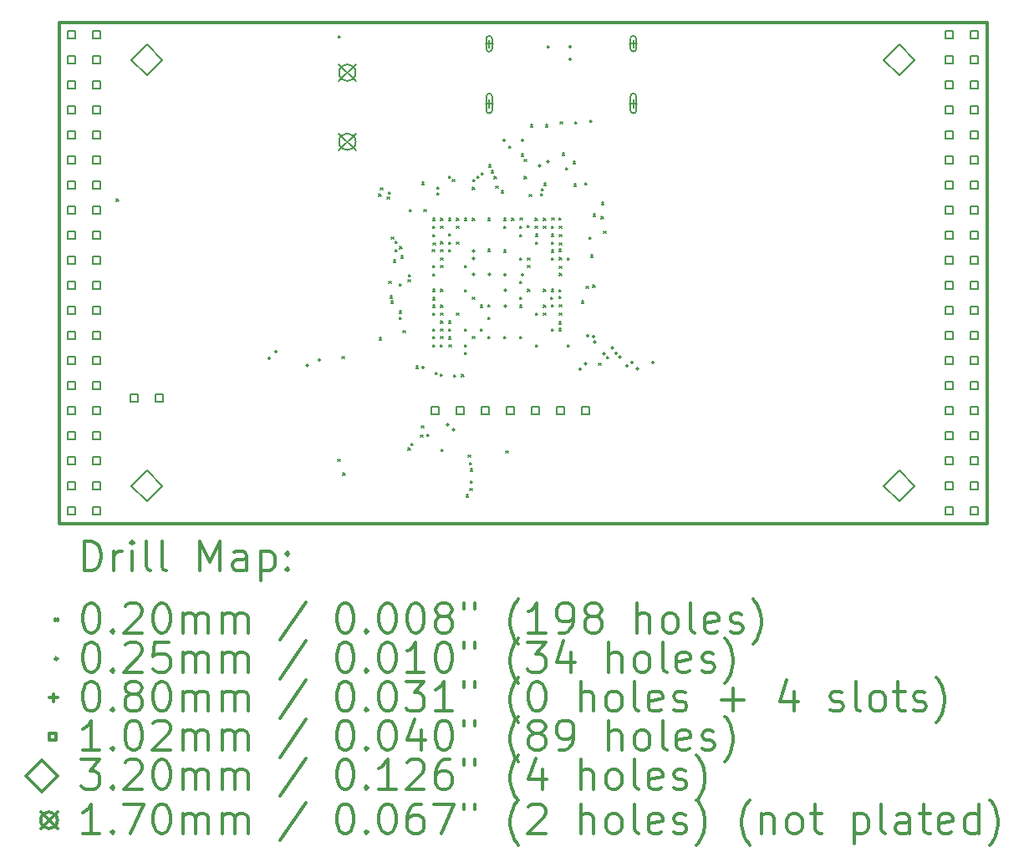
<source format=gbr>
%FSLAX45Y45*%
G04 Gerber Fmt 4.5, Leading zero omitted, Abs format (unit mm)*
G04 Created by KiCad (PCBNEW 4.0.5+dfsg1-4) date Thu May  4 13:14:09 2017*
%MOMM*%
%LPD*%
G01*
G04 APERTURE LIST*
%ADD10C,0.127000*%
%ADD11C,0.300000*%
%ADD12C,0.200000*%
G04 APERTURE END LIST*
D10*
D11*
X9410000Y-6142000D02*
X9410000Y-11222000D01*
X18808000Y-6142000D02*
X9410000Y-6142000D01*
X18808000Y-11222000D02*
X18808000Y-6142000D01*
X9410000Y-11222000D02*
X18808000Y-11222000D01*
D12*
X9991774Y-7933951D02*
X10011774Y-7953951D01*
X10011774Y-7933951D02*
X9991774Y-7953951D01*
X12236540Y-10574497D02*
X12256540Y-10594497D01*
X12256540Y-10574497D02*
X12236540Y-10594497D01*
X12238000Y-6280000D02*
X12258000Y-6300000D01*
X12258000Y-6280000D02*
X12238000Y-6300000D01*
X12278000Y-9530000D02*
X12298000Y-9550000D01*
X12298000Y-9530000D02*
X12278000Y-9550000D01*
X12288366Y-10711724D02*
X12308366Y-10731724D01*
X12308366Y-10711724D02*
X12288366Y-10731724D01*
X12650439Y-7882644D02*
X12670439Y-7902644D01*
X12670439Y-7882644D02*
X12650439Y-7902644D01*
X12657462Y-9339686D02*
X12677462Y-9359686D01*
X12677462Y-9339686D02*
X12657462Y-9359686D01*
X12667371Y-7820880D02*
X12687371Y-7840880D01*
X12687371Y-7820880D02*
X12667371Y-7840880D01*
X12734582Y-7912636D02*
X12754582Y-7932636D01*
X12754582Y-7912636D02*
X12734582Y-7932636D01*
X12746627Y-7861330D02*
X12766627Y-7881330D01*
X12766627Y-7861330D02*
X12746627Y-7881330D01*
X12751398Y-8769742D02*
X12771398Y-8789742D01*
X12771398Y-8769742D02*
X12751398Y-8789742D01*
X12764075Y-8915322D02*
X12784075Y-8935322D01*
X12784075Y-8915322D02*
X12764075Y-8935322D01*
X12775801Y-8967685D02*
X12795801Y-8987685D01*
X12795801Y-8967685D02*
X12775801Y-8987685D01*
X12778033Y-8322090D02*
X12798033Y-8342090D01*
X12798033Y-8322090D02*
X12778033Y-8342090D01*
X12800449Y-8552977D02*
X12820449Y-8572977D01*
X12820449Y-8552977D02*
X12800449Y-8572977D01*
X12814160Y-8364291D02*
X12834160Y-8384291D01*
X12834160Y-8364291D02*
X12814160Y-8384291D01*
X12817170Y-8448693D02*
X12837170Y-8468693D01*
X12837170Y-8448693D02*
X12817170Y-8468693D01*
X12856117Y-8792018D02*
X12876117Y-8812018D01*
X12876117Y-8792018D02*
X12856117Y-8812018D01*
X12858185Y-9069496D02*
X12878185Y-9089496D01*
X12878185Y-9069496D02*
X12858185Y-9089496D01*
X12860201Y-9133067D02*
X12880201Y-9153067D01*
X12880201Y-9133067D02*
X12860201Y-9153067D01*
X12861578Y-8418391D02*
X12881578Y-8438391D01*
X12881578Y-8418391D02*
X12861578Y-8438391D01*
X12877730Y-8509730D02*
X12897730Y-8529730D01*
X12897730Y-8509730D02*
X12877730Y-8529730D01*
X12897779Y-9270631D02*
X12917779Y-9290631D01*
X12917779Y-9270631D02*
X12897779Y-9290631D01*
X12946034Y-10458034D02*
X12966034Y-10478034D01*
X12966034Y-10458034D02*
X12946034Y-10478034D01*
X12947421Y-8753077D02*
X12967421Y-8773077D01*
X12967421Y-8753077D02*
X12947421Y-8773077D01*
X12952680Y-8700639D02*
X12972680Y-8720639D01*
X12972680Y-8700639D02*
X12952680Y-8720639D01*
X12958000Y-8040000D02*
X12978000Y-8060000D01*
X12978000Y-8040000D02*
X12958000Y-8060000D01*
X12978000Y-10410000D02*
X12998000Y-10430000D01*
X12998000Y-10410000D02*
X12978000Y-10430000D01*
X13025954Y-9627510D02*
X13045954Y-9647510D01*
X13045954Y-9627510D02*
X13025954Y-9647510D01*
X13073949Y-10325498D02*
X13093949Y-10345498D01*
X13093949Y-10325498D02*
X13073949Y-10345498D01*
X13083000Y-10235838D02*
X13103000Y-10255838D01*
X13103000Y-10235838D02*
X13083000Y-10255838D01*
X13087688Y-7765510D02*
X13107688Y-7785510D01*
X13107688Y-7765510D02*
X13087688Y-7785510D01*
X13108000Y-8040000D02*
X13128000Y-8060000D01*
X13128000Y-8040000D02*
X13108000Y-8060000D01*
X13135385Y-10319621D02*
X13155385Y-10339621D01*
X13155385Y-10319621D02*
X13135385Y-10339621D01*
X13193219Y-8446513D02*
X13213219Y-8466513D01*
X13213219Y-8446513D02*
X13193219Y-8466513D01*
X13197765Y-9087799D02*
X13217765Y-9107799D01*
X13217765Y-9087799D02*
X13197765Y-9107799D01*
X13198000Y-8130000D02*
X13218000Y-8150000D01*
X13218000Y-8130000D02*
X13198000Y-8150000D01*
X13198000Y-8207799D02*
X13218000Y-8227799D01*
X13218000Y-8207799D02*
X13198000Y-8227799D01*
X13198000Y-8610000D02*
X13218000Y-8630000D01*
X13218000Y-8610000D02*
X13198000Y-8630000D01*
X13198000Y-8690000D02*
X13218000Y-8710000D01*
X13218000Y-8690000D02*
X13198000Y-8710000D01*
X13198000Y-8847799D02*
X13218000Y-8867799D01*
X13218000Y-8847799D02*
X13198000Y-8867799D01*
X13198000Y-8932201D02*
X13218000Y-8952201D01*
X13218000Y-8932201D02*
X13198000Y-8952201D01*
X13198000Y-9010000D02*
X13218000Y-9030000D01*
X13218000Y-9010000D02*
X13198000Y-9030000D01*
X13198000Y-9250000D02*
X13218000Y-9270000D01*
X13218000Y-9250000D02*
X13198000Y-9270000D01*
X13198000Y-9330000D02*
X13218000Y-9350000D01*
X13218000Y-9330000D02*
X13198000Y-9350000D01*
X13198000Y-9410000D02*
X13218000Y-9430000D01*
X13218000Y-9410000D02*
X13198000Y-9430000D01*
X13198432Y-8292201D02*
X13218432Y-8312201D01*
X13218432Y-8292201D02*
X13198432Y-8312201D01*
X13201744Y-8376602D02*
X13221744Y-8396602D01*
X13221744Y-8376602D02*
X13201744Y-8396602D01*
X13222226Y-9693017D02*
X13242226Y-9713017D01*
X13242226Y-9693017D02*
X13222226Y-9713017D01*
X13240456Y-7810000D02*
X13260456Y-7830000D01*
X13260456Y-7810000D02*
X13240456Y-7830000D01*
X13240501Y-7869682D02*
X13260501Y-7889682D01*
X13260501Y-7869682D02*
X13240501Y-7889682D01*
X13274998Y-9706100D02*
X13294998Y-9726100D01*
X13294998Y-9706100D02*
X13274998Y-9726100D01*
X13275800Y-9409707D02*
X13295800Y-9429707D01*
X13295800Y-9409707D02*
X13275800Y-9429707D01*
X13277580Y-8532199D02*
X13297580Y-8552199D01*
X13297580Y-8532199D02*
X13277580Y-8552199D01*
X13278000Y-8210000D02*
X13298000Y-8230000D01*
X13298000Y-8210000D02*
X13278000Y-8230000D01*
X13278000Y-8610000D02*
X13298000Y-8630000D01*
X13298000Y-8610000D02*
X13278000Y-8630000D01*
X13278000Y-8850000D02*
X13298000Y-8870000D01*
X13298000Y-8850000D02*
X13278000Y-8870000D01*
X13278000Y-9010000D02*
X13298000Y-9030000D01*
X13298000Y-9010000D02*
X13278000Y-9030000D01*
X13278000Y-9090000D02*
X13298000Y-9110000D01*
X13298000Y-9090000D02*
X13278000Y-9110000D01*
X13278000Y-9170000D02*
X13298000Y-9190000D01*
X13298000Y-9170000D02*
X13278000Y-9190000D01*
X13278000Y-9250000D02*
X13298000Y-9270000D01*
X13298000Y-9250000D02*
X13278000Y-9270000D01*
X13278000Y-9330000D02*
X13298000Y-9350000D01*
X13298000Y-9330000D02*
X13278000Y-9350000D01*
X13278042Y-8446513D02*
X13298042Y-8466513D01*
X13298042Y-8446513D02*
X13278042Y-8466513D01*
X13278444Y-8129112D02*
X13298444Y-8149112D01*
X13298444Y-8129112D02*
X13278444Y-8149112D01*
X13278650Y-8367799D02*
X13298650Y-8387799D01*
X13298650Y-8367799D02*
X13278650Y-8387799D01*
X13281858Y-10470000D02*
X13301858Y-10490000D01*
X13301858Y-10470000D02*
X13281858Y-10490000D01*
X13356815Y-7701108D02*
X13376815Y-7721108D01*
X13376815Y-7701108D02*
X13356815Y-7721108D01*
X13357194Y-8449520D02*
X13377194Y-8469520D01*
X13377194Y-8449520D02*
X13357194Y-8469520D01*
X13358000Y-8130000D02*
X13378000Y-8150000D01*
X13378000Y-8130000D02*
X13358000Y-8150000D01*
X13358000Y-8287799D02*
X13378000Y-8307799D01*
X13378000Y-8287799D02*
X13358000Y-8307799D01*
X13358000Y-8372201D02*
X13378000Y-8392201D01*
X13378000Y-8372201D02*
X13358000Y-8392201D01*
X13358000Y-9170000D02*
X13378000Y-9190000D01*
X13378000Y-9170000D02*
X13358000Y-9190000D01*
X13358000Y-9250000D02*
X13378000Y-9270000D01*
X13378000Y-9250000D02*
X13358000Y-9270000D01*
X13358567Y-9330248D02*
X13378567Y-9350248D01*
X13378567Y-9330248D02*
X13358567Y-9350248D01*
X13361071Y-9410063D02*
X13381071Y-9430063D01*
X13381071Y-9410063D02*
X13361071Y-9430063D01*
X13395836Y-7736530D02*
X13415836Y-7756530D01*
X13415836Y-7736530D02*
X13395836Y-7756530D01*
X13409815Y-9716998D02*
X13429815Y-9736998D01*
X13429815Y-9716998D02*
X13409815Y-9736998D01*
X13438000Y-8210000D02*
X13458000Y-8230000D01*
X13458000Y-8210000D02*
X13438000Y-8230000D01*
X13438000Y-8370000D02*
X13458000Y-8390000D01*
X13458000Y-8370000D02*
X13438000Y-8390000D01*
X13438000Y-9090000D02*
X13458000Y-9110000D01*
X13458000Y-9090000D02*
X13438000Y-9110000D01*
X13438037Y-8129060D02*
X13458037Y-8149060D01*
X13458037Y-8129060D02*
X13438037Y-8149060D01*
X13488995Y-9713916D02*
X13508995Y-9733916D01*
X13508995Y-9713916D02*
X13488995Y-9733916D01*
X13517331Y-8851860D02*
X13537331Y-8871860D01*
X13537331Y-8851860D02*
X13517331Y-8871860D01*
X13517488Y-8129060D02*
X13537488Y-8149060D01*
X13537488Y-8129060D02*
X13517488Y-8149060D01*
X13518000Y-8610000D02*
X13538000Y-8630000D01*
X13538000Y-8610000D02*
X13518000Y-8630000D01*
X13518000Y-9250000D02*
X13538000Y-9270000D01*
X13538000Y-9250000D02*
X13518000Y-9270000D01*
X13518000Y-9410000D02*
X13538000Y-9430000D01*
X13538000Y-9410000D02*
X13518000Y-9430000D01*
X13518000Y-9490000D02*
X13538000Y-9510000D01*
X13538000Y-9490000D02*
X13518000Y-9510000D01*
X13537195Y-10930959D02*
X13557195Y-10950959D01*
X13557195Y-10930959D02*
X13537195Y-10950959D01*
X13558000Y-10530000D02*
X13578000Y-10550000D01*
X13578000Y-10530000D02*
X13558000Y-10550000D01*
X13567865Y-10606369D02*
X13587865Y-10626369D01*
X13587865Y-10606369D02*
X13567865Y-10626369D01*
X13575325Y-10869239D02*
X13595325Y-10889239D01*
X13595325Y-10869239D02*
X13575325Y-10889239D01*
X13575519Y-10792264D02*
X13595519Y-10812264D01*
X13595519Y-10792264D02*
X13575519Y-10812264D01*
X13578416Y-10670041D02*
X13598416Y-10690041D01*
X13598416Y-10670041D02*
X13578416Y-10690041D01*
X13598000Y-8130000D02*
X13618000Y-8150000D01*
X13618000Y-8130000D02*
X13598000Y-8150000D01*
X13598000Y-8930000D02*
X13618000Y-8950000D01*
X13618000Y-8930000D02*
X13598000Y-8950000D01*
X13598000Y-9330000D02*
X13618000Y-9350000D01*
X13618000Y-9330000D02*
X13598000Y-9350000D01*
X13600201Y-7816859D02*
X13620201Y-7836859D01*
X13620201Y-7816859D02*
X13600201Y-7836859D01*
X13602332Y-7737368D02*
X13622332Y-7757368D01*
X13622332Y-7737368D02*
X13602332Y-7757368D01*
X13644051Y-7700798D02*
X13664051Y-7720798D01*
X13664051Y-7700798D02*
X13644051Y-7720798D01*
X13678000Y-9010000D02*
X13698000Y-9030000D01*
X13698000Y-9010000D02*
X13678000Y-9030000D01*
X13678000Y-9250000D02*
X13698000Y-9270000D01*
X13698000Y-9250000D02*
X13678000Y-9270000D01*
X13686786Y-7669785D02*
X13706786Y-7689785D01*
X13706786Y-7669785D02*
X13686786Y-7689785D01*
X13756589Y-9130245D02*
X13776589Y-9150245D01*
X13776589Y-9130245D02*
X13756589Y-9150245D01*
X13758000Y-8130000D02*
X13778000Y-8150000D01*
X13778000Y-8130000D02*
X13758000Y-8150000D01*
X13758000Y-9007299D02*
X13778000Y-9027299D01*
X13778000Y-9007299D02*
X13758000Y-9027299D01*
X13758000Y-9330000D02*
X13778000Y-9350000D01*
X13778000Y-9330000D02*
X13758000Y-9350000D01*
X13758056Y-8443409D02*
X13778056Y-8463409D01*
X13778056Y-8443409D02*
X13758056Y-8463409D01*
X13765456Y-7587419D02*
X13785456Y-7607419D01*
X13785456Y-7587419D02*
X13765456Y-7607419D01*
X13787496Y-7647724D02*
X13807496Y-7667724D01*
X13807496Y-7647724D02*
X13787496Y-7667724D01*
X13819197Y-7706418D02*
X13839197Y-7726418D01*
X13839197Y-7706418D02*
X13819197Y-7726418D01*
X13837475Y-7801776D02*
X13857475Y-7821776D01*
X13857475Y-7801776D02*
X13837475Y-7821776D01*
X13893099Y-7850080D02*
X13913099Y-7870080D01*
X13913099Y-7850080D02*
X13893099Y-7870080D01*
X13917252Y-8451135D02*
X13937252Y-8471135D01*
X13937252Y-8451135D02*
X13917252Y-8471135D01*
X13918000Y-8130000D02*
X13938000Y-8150000D01*
X13938000Y-8130000D02*
X13918000Y-8150000D01*
X13918000Y-8210000D02*
X13938000Y-8230000D01*
X13938000Y-8210000D02*
X13918000Y-8230000D01*
X13918000Y-9330000D02*
X13938000Y-9350000D01*
X13938000Y-9330000D02*
X13918000Y-9350000D01*
X13938000Y-10490000D02*
X13958000Y-10510000D01*
X13958000Y-10490000D02*
X13938000Y-10510000D01*
X13968250Y-7397346D02*
X13988250Y-7417346D01*
X13988250Y-7397346D02*
X13968250Y-7417346D01*
X13998000Y-8130000D02*
X14018000Y-8150000D01*
X14018000Y-8130000D02*
X13998000Y-8150000D01*
X14076403Y-8294140D02*
X14096403Y-8314140D01*
X14096403Y-8294140D02*
X14076403Y-8314140D01*
X14078000Y-8530000D02*
X14098000Y-8550000D01*
X14098000Y-8530000D02*
X14078000Y-8550000D01*
X14078000Y-8770000D02*
X14098000Y-8790000D01*
X14098000Y-8770000D02*
X14078000Y-8790000D01*
X14078000Y-8930000D02*
X14098000Y-8950000D01*
X14098000Y-8930000D02*
X14078000Y-8950000D01*
X14078000Y-9010000D02*
X14098000Y-9030000D01*
X14098000Y-9010000D02*
X14078000Y-9030000D01*
X14078000Y-9330000D02*
X14098000Y-9350000D01*
X14098000Y-9330000D02*
X14078000Y-9350000D01*
X14080201Y-8207928D02*
X14100201Y-8227928D01*
X14100201Y-8207928D02*
X14080201Y-8227928D01*
X14082401Y-8127559D02*
X14102401Y-8147559D01*
X14102401Y-8127559D02*
X14082401Y-8147559D01*
X14094664Y-7477380D02*
X14114664Y-7497380D01*
X14114664Y-7477380D02*
X14094664Y-7497380D01*
X14122988Y-7531564D02*
X14142988Y-7551564D01*
X14142988Y-7531564D02*
X14122988Y-7551564D01*
X14124602Y-7707029D02*
X14144602Y-7727029D01*
X14144602Y-7707029D02*
X14124602Y-7727029D01*
X14155799Y-8203034D02*
X14175799Y-8223034D01*
X14175799Y-8203034D02*
X14155799Y-8223034D01*
X14158000Y-8530000D02*
X14178000Y-8550000D01*
X14178000Y-8530000D02*
X14158000Y-8550000D01*
X14158000Y-8610000D02*
X14178000Y-8630000D01*
X14178000Y-8610000D02*
X14158000Y-8630000D01*
X14158000Y-8850000D02*
X14178000Y-8870000D01*
X14178000Y-8850000D02*
X14158000Y-8870000D01*
X14175304Y-7886864D02*
X14195304Y-7906864D01*
X14195304Y-7886864D02*
X14175304Y-7906864D01*
X14188614Y-7179985D02*
X14208614Y-7199985D01*
X14208614Y-7179985D02*
X14188614Y-7199985D01*
X14235799Y-8128224D02*
X14255799Y-8148224D01*
X14255799Y-8128224D02*
X14235799Y-8148224D01*
X14235799Y-8209139D02*
X14255799Y-8229139D01*
X14255799Y-8209139D02*
X14235799Y-8229139D01*
X14237355Y-8289891D02*
X14257355Y-8309891D01*
X14257355Y-8289891D02*
X14237355Y-8309891D01*
X14238000Y-8370000D02*
X14258000Y-8390000D01*
X14258000Y-8370000D02*
X14238000Y-8390000D01*
X14238000Y-9090000D02*
X14258000Y-9110000D01*
X14258000Y-9090000D02*
X14238000Y-9110000D01*
X14238000Y-9410000D02*
X14258000Y-9430000D01*
X14258000Y-9410000D02*
X14238000Y-9430000D01*
X14291994Y-7880304D02*
X14311994Y-7900304D01*
X14311994Y-7880304D02*
X14291994Y-7900304D01*
X14298670Y-7828027D02*
X14318670Y-7848027D01*
X14318670Y-7828027D02*
X14298670Y-7848027D01*
X14317803Y-8849503D02*
X14337803Y-8869503D01*
X14337803Y-8849503D02*
X14317803Y-8869503D01*
X14318000Y-9090000D02*
X14338000Y-9110000D01*
X14338000Y-9090000D02*
X14318000Y-9110000D01*
X14318182Y-9010195D02*
X14338182Y-9030195D01*
X14338182Y-9010195D02*
X14318182Y-9030195D01*
X14320201Y-8128173D02*
X14340201Y-8148173D01*
X14340201Y-8128173D02*
X14320201Y-8148173D01*
X14320201Y-8209499D02*
X14340201Y-8229499D01*
X14340201Y-8209499D02*
X14320201Y-8229499D01*
X14322321Y-7773748D02*
X14342321Y-7793748D01*
X14342321Y-7773748D02*
X14322321Y-7793748D01*
X14338000Y-7180000D02*
X14358000Y-7200000D01*
X14358000Y-7180000D02*
X14338000Y-7200000D01*
X14358000Y-6380000D02*
X14378000Y-6400000D01*
X14378000Y-6380000D02*
X14358000Y-6400000D01*
X14393579Y-8929761D02*
X14413579Y-8949761D01*
X14413579Y-8929761D02*
X14393579Y-8949761D01*
X14397690Y-8208645D02*
X14417690Y-8228645D01*
X14417690Y-8208645D02*
X14397690Y-8228645D01*
X14398000Y-8290000D02*
X14418000Y-8310000D01*
X14418000Y-8290000D02*
X14398000Y-8310000D01*
X14398000Y-8370000D02*
X14418000Y-8390000D01*
X14418000Y-8370000D02*
X14398000Y-8390000D01*
X14398000Y-8450000D02*
X14418000Y-8470000D01*
X14418000Y-8450000D02*
X14398000Y-8470000D01*
X14398000Y-9250000D02*
X14418000Y-9270000D01*
X14418000Y-9250000D02*
X14398000Y-9270000D01*
X14398052Y-8529722D02*
X14418052Y-8549722D01*
X14418052Y-8529722D02*
X14398052Y-8549722D01*
X14398242Y-9003286D02*
X14418242Y-9023286D01*
X14418242Y-9003286D02*
X14398242Y-9023286D01*
X14398283Y-8848451D02*
X14418283Y-8868451D01*
X14418283Y-8848451D02*
X14398283Y-8868451D01*
X14404602Y-8127478D02*
X14424602Y-8147478D01*
X14424602Y-8127478D02*
X14404602Y-8147478D01*
X14476639Y-8123398D02*
X14496639Y-8143398D01*
X14496639Y-8123398D02*
X14476639Y-8143398D01*
X14476942Y-8918885D02*
X14496942Y-8938885D01*
X14496942Y-8918885D02*
X14476942Y-8938885D01*
X14477765Y-8852201D02*
X14497765Y-8872201D01*
X14497765Y-8852201D02*
X14477765Y-8872201D01*
X14477769Y-8443293D02*
X14497769Y-8463293D01*
X14497769Y-8443293D02*
X14477769Y-8463293D01*
X14478235Y-9247799D02*
X14498235Y-9267799D01*
X14498235Y-9247799D02*
X14478235Y-9267799D01*
X14478278Y-9177765D02*
X14498278Y-9197765D01*
X14498278Y-9177765D02*
X14478278Y-9197765D01*
X14478509Y-8207799D02*
X14498509Y-8227799D01*
X14498509Y-8207799D02*
X14478509Y-8227799D01*
X14478522Y-9092124D02*
X14498522Y-9112124D01*
X14498522Y-9092124D02*
X14478522Y-9112124D01*
X14478569Y-9003286D02*
X14498569Y-9023286D01*
X14498569Y-9003286D02*
X14478569Y-9023286D01*
X14478654Y-8528519D02*
X14498654Y-8548519D01*
X14498654Y-8528519D02*
X14478654Y-8548519D01*
X14478856Y-8689382D02*
X14498856Y-8709382D01*
X14498856Y-8689382D02*
X14478856Y-8709382D01*
X14479038Y-8376602D02*
X14499038Y-8396602D01*
X14499038Y-8376602D02*
X14479038Y-8396602D01*
X14479410Y-8292201D02*
X14499410Y-8312201D01*
X14499410Y-8292201D02*
X14479410Y-8312201D01*
X14480128Y-8616874D02*
X14500128Y-8636874D01*
X14500128Y-8616874D02*
X14480128Y-8636874D01*
X14487317Y-7149740D02*
X14507317Y-7169740D01*
X14507317Y-7149740D02*
X14487317Y-7169740D01*
X14507287Y-7469262D02*
X14527287Y-7489262D01*
X14527287Y-7469262D02*
X14507287Y-7489262D01*
X14542036Y-7617065D02*
X14562036Y-7637065D01*
X14562036Y-7617065D02*
X14542036Y-7637065D01*
X14558000Y-8532201D02*
X14578000Y-8552201D01*
X14578000Y-8532201D02*
X14558000Y-8552201D01*
X14558000Y-9410000D02*
X14578000Y-9430000D01*
X14578000Y-9410000D02*
X14558000Y-9430000D01*
X14618911Y-7553663D02*
X14638911Y-7573663D01*
X14638911Y-7553663D02*
X14618911Y-7573663D01*
X14628717Y-7781899D02*
X14648717Y-7801899D01*
X14648717Y-7781899D02*
X14628717Y-7801899D01*
X14637468Y-7149146D02*
X14657468Y-7169146D01*
X14657468Y-7149146D02*
X14637468Y-7169146D01*
X14702397Y-8966762D02*
X14722397Y-8986762D01*
X14722397Y-8966762D02*
X14702397Y-8986762D01*
X14738000Y-7772201D02*
X14758000Y-7792201D01*
X14758000Y-7772201D02*
X14738000Y-7792201D01*
X14749599Y-8818958D02*
X14769599Y-8838958D01*
X14769599Y-8818958D02*
X14749599Y-8838958D01*
X14778000Y-8321986D02*
X14798000Y-8341986D01*
X14798000Y-8321986D02*
X14778000Y-8341986D01*
X14788000Y-7132120D02*
X14808000Y-7152120D01*
X14808000Y-7132120D02*
X14788000Y-7152120D01*
X14796398Y-8501490D02*
X14816398Y-8521490D01*
X14816398Y-8501490D02*
X14796398Y-8521490D01*
X14818000Y-8807799D02*
X14838000Y-8827799D01*
X14838000Y-8807799D02*
X14818000Y-8827799D01*
X14823777Y-8087578D02*
X14843777Y-8107578D01*
X14843777Y-8087578D02*
X14823777Y-8107578D01*
X14878000Y-9600000D02*
X14898000Y-9620000D01*
X14898000Y-9600000D02*
X14878000Y-9620000D01*
X14902907Y-8111447D02*
X14922907Y-8131447D01*
X14922907Y-8111447D02*
X14902907Y-8131447D01*
X14908500Y-7970000D02*
X14928500Y-7990000D01*
X14928500Y-7970000D02*
X14908500Y-7990000D01*
X14930001Y-8262364D02*
X14950001Y-8282364D01*
X14950001Y-8262364D02*
X14930001Y-8282364D01*
X14960083Y-9531764D02*
X14980083Y-9551764D01*
X14980083Y-9531764D02*
X14960083Y-9551764D01*
X11552883Y-9551316D02*
G75*
G03X11552883Y-9551316I-12700J0D01*
G01*
X11620298Y-9483901D02*
G75*
G03X11620298Y-9483901I-12700J0D01*
G01*
X11936401Y-9618851D02*
G75*
G03X11936401Y-9618851I-12700J0D01*
G01*
X12061944Y-9567356D02*
G75*
G03X12061944Y-9567356I-12700J0D01*
G01*
X13107902Y-9644136D02*
G75*
G03X13107902Y-9644136I-12700J0D01*
G01*
X13357629Y-10223262D02*
G75*
G03X13357629Y-10223262I-12700J0D01*
G01*
X13420141Y-10275223D02*
G75*
G03X13420141Y-10275223I-12700J0D01*
G01*
X13620700Y-8460000D02*
G75*
G03X13620700Y-8460000I-12700J0D01*
G01*
X13620700Y-8540000D02*
G75*
G03X13620700Y-8540000I-12700J0D01*
G01*
X13623799Y-8699540D02*
G75*
G03X13623799Y-8699540I-12700J0D01*
G01*
X13780700Y-8700000D02*
G75*
G03X13780700Y-8700000I-12700J0D01*
G01*
X13931242Y-7337804D02*
G75*
G03X13931242Y-7337804I-12700J0D01*
G01*
X13940700Y-8700000D02*
G75*
G03X13940700Y-8700000I-12700J0D01*
G01*
X13940700Y-8860000D02*
G75*
G03X13940700Y-8860000I-12700J0D01*
G01*
X13940989Y-9018547D02*
G75*
G03X13940989Y-9018547I-12700J0D01*
G01*
X14115614Y-7339101D02*
G75*
G03X14115614Y-7339101I-12700J0D01*
G01*
X14116986Y-8699500D02*
G75*
G03X14116986Y-8699500I-12700J0D01*
G01*
X14290285Y-7593915D02*
G75*
G03X14290285Y-7593915I-12700J0D01*
G01*
X14375267Y-7552125D02*
G75*
G03X14375267Y-7552125I-12700J0D01*
G01*
X14597886Y-6518923D02*
G75*
G03X14597886Y-6518923I-12700J0D01*
G01*
X14600073Y-6392085D02*
G75*
G03X14600073Y-6392085I-12700J0D01*
G01*
X14700700Y-9660000D02*
G75*
G03X14700700Y-9660000I-12700J0D01*
G01*
X14756716Y-9601454D02*
G75*
G03X14756716Y-9601454I-12700J0D01*
G01*
X14777147Y-9322948D02*
G75*
G03X14777147Y-9322948I-12700J0D01*
G01*
X14835104Y-9327037D02*
G75*
G03X14835104Y-9327037I-12700J0D01*
G01*
X14846929Y-9383922D02*
G75*
G03X14846929Y-9383922I-12700J0D01*
G01*
X14941590Y-9504387D02*
G75*
G03X14941590Y-9504387I-12700J0D01*
G01*
X15025690Y-9441490D02*
G75*
G03X15025690Y-9441490I-12700J0D01*
G01*
X15062355Y-9498156D02*
G75*
G03X15062355Y-9498156I-12700J0D01*
G01*
X15102959Y-9539714D02*
G75*
G03X15102959Y-9539714I-12700J0D01*
G01*
X15174658Y-9622822D02*
G75*
G03X15174658Y-9622822I-12700J0D01*
G01*
X15224569Y-9589479D02*
G75*
G03X15224569Y-9589479I-12700J0D01*
G01*
X15280700Y-9655099D02*
G75*
G03X15280700Y-9655099I-12700J0D01*
G01*
X15440260Y-9592491D02*
G75*
G03X15440260Y-9592491I-12700J0D01*
G01*
X13768000Y-6320000D02*
X13768000Y-6400000D01*
X13728000Y-6360000D02*
X13808000Y-6360000D01*
X13738000Y-6310000D02*
X13738000Y-6410000D01*
X13798000Y-6310000D02*
X13798000Y-6410000D01*
X13738000Y-6410000D02*
G75*
G03X13798000Y-6410000I30000J0D01*
G01*
X13798000Y-6310000D02*
G75*
G03X13738000Y-6310000I-30000J0D01*
G01*
X13768000Y-6925000D02*
X13768000Y-7005000D01*
X13728000Y-6965000D02*
X13808000Y-6965000D01*
X13738000Y-6895000D02*
X13738000Y-7035000D01*
X13798000Y-6895000D02*
X13798000Y-7035000D01*
X13738000Y-7035000D02*
G75*
G03X13798000Y-7035000I30000J0D01*
G01*
X13798000Y-6895000D02*
G75*
G03X13738000Y-6895000I-30000J0D01*
G01*
X15228000Y-6320000D02*
X15228000Y-6400000D01*
X15188000Y-6360000D02*
X15268000Y-6360000D01*
X15198000Y-6310000D02*
X15198000Y-6410000D01*
X15258000Y-6310000D02*
X15258000Y-6410000D01*
X15198000Y-6410000D02*
G75*
G03X15258000Y-6410000I30000J0D01*
G01*
X15258000Y-6310000D02*
G75*
G03X15198000Y-6310000I-30000J0D01*
G01*
X15228000Y-6925000D02*
X15228000Y-7005000D01*
X15188000Y-6965000D02*
X15268000Y-6965000D01*
X15198000Y-6895000D02*
X15198000Y-7035000D01*
X15258000Y-6895000D02*
X15258000Y-7035000D01*
X15198000Y-7035000D02*
G75*
G03X15258000Y-7035000I30000J0D01*
G01*
X15258000Y-6895000D02*
G75*
G03X15198000Y-6895000I-30000J0D01*
G01*
X9572921Y-6304921D02*
X9572921Y-6233079D01*
X9501079Y-6233079D01*
X9501079Y-6304921D01*
X9572921Y-6304921D01*
X9572921Y-6558921D02*
X9572921Y-6487079D01*
X9501079Y-6487079D01*
X9501079Y-6558921D01*
X9572921Y-6558921D01*
X9572921Y-6812921D02*
X9572921Y-6741079D01*
X9501079Y-6741079D01*
X9501079Y-6812921D01*
X9572921Y-6812921D01*
X9572921Y-7066921D02*
X9572921Y-6995079D01*
X9501079Y-6995079D01*
X9501079Y-7066921D01*
X9572921Y-7066921D01*
X9572921Y-7320921D02*
X9572921Y-7249079D01*
X9501079Y-7249079D01*
X9501079Y-7320921D01*
X9572921Y-7320921D01*
X9572921Y-7574921D02*
X9572921Y-7503079D01*
X9501079Y-7503079D01*
X9501079Y-7574921D01*
X9572921Y-7574921D01*
X9572921Y-7828921D02*
X9572921Y-7757079D01*
X9501079Y-7757079D01*
X9501079Y-7828921D01*
X9572921Y-7828921D01*
X9572921Y-8082921D02*
X9572921Y-8011079D01*
X9501079Y-8011079D01*
X9501079Y-8082921D01*
X9572921Y-8082921D01*
X9572921Y-8336921D02*
X9572921Y-8265079D01*
X9501079Y-8265079D01*
X9501079Y-8336921D01*
X9572921Y-8336921D01*
X9572921Y-8590921D02*
X9572921Y-8519079D01*
X9501079Y-8519079D01*
X9501079Y-8590921D01*
X9572921Y-8590921D01*
X9572921Y-8844921D02*
X9572921Y-8773079D01*
X9501079Y-8773079D01*
X9501079Y-8844921D01*
X9572921Y-8844921D01*
X9572921Y-9098921D02*
X9572921Y-9027079D01*
X9501079Y-9027079D01*
X9501079Y-9098921D01*
X9572921Y-9098921D01*
X9572921Y-9352921D02*
X9572921Y-9281079D01*
X9501079Y-9281079D01*
X9501079Y-9352921D01*
X9572921Y-9352921D01*
X9572921Y-9606921D02*
X9572921Y-9535079D01*
X9501079Y-9535079D01*
X9501079Y-9606921D01*
X9572921Y-9606921D01*
X9572921Y-9860921D02*
X9572921Y-9789079D01*
X9501079Y-9789079D01*
X9501079Y-9860921D01*
X9572921Y-9860921D01*
X9572921Y-10114921D02*
X9572921Y-10043079D01*
X9501079Y-10043079D01*
X9501079Y-10114921D01*
X9572921Y-10114921D01*
X9572921Y-10368921D02*
X9572921Y-10297079D01*
X9501079Y-10297079D01*
X9501079Y-10368921D01*
X9572921Y-10368921D01*
X9572921Y-10622921D02*
X9572921Y-10551079D01*
X9501079Y-10551079D01*
X9501079Y-10622921D01*
X9572921Y-10622921D01*
X9572921Y-10876921D02*
X9572921Y-10805079D01*
X9501079Y-10805079D01*
X9501079Y-10876921D01*
X9572921Y-10876921D01*
X9572921Y-11130921D02*
X9572921Y-11059079D01*
X9501079Y-11059079D01*
X9501079Y-11130921D01*
X9572921Y-11130921D01*
X9826921Y-6304921D02*
X9826921Y-6233079D01*
X9755079Y-6233079D01*
X9755079Y-6304921D01*
X9826921Y-6304921D01*
X9826921Y-6558921D02*
X9826921Y-6487079D01*
X9755079Y-6487079D01*
X9755079Y-6558921D01*
X9826921Y-6558921D01*
X9826921Y-6812921D02*
X9826921Y-6741079D01*
X9755079Y-6741079D01*
X9755079Y-6812921D01*
X9826921Y-6812921D01*
X9826921Y-7066921D02*
X9826921Y-6995079D01*
X9755079Y-6995079D01*
X9755079Y-7066921D01*
X9826921Y-7066921D01*
X9826921Y-7320921D02*
X9826921Y-7249079D01*
X9755079Y-7249079D01*
X9755079Y-7320921D01*
X9826921Y-7320921D01*
X9826921Y-7574921D02*
X9826921Y-7503079D01*
X9755079Y-7503079D01*
X9755079Y-7574921D01*
X9826921Y-7574921D01*
X9826921Y-7828921D02*
X9826921Y-7757079D01*
X9755079Y-7757079D01*
X9755079Y-7828921D01*
X9826921Y-7828921D01*
X9826921Y-8082921D02*
X9826921Y-8011079D01*
X9755079Y-8011079D01*
X9755079Y-8082921D01*
X9826921Y-8082921D01*
X9826921Y-8336921D02*
X9826921Y-8265079D01*
X9755079Y-8265079D01*
X9755079Y-8336921D01*
X9826921Y-8336921D01*
X9826921Y-8590921D02*
X9826921Y-8519079D01*
X9755079Y-8519079D01*
X9755079Y-8590921D01*
X9826921Y-8590921D01*
X9826921Y-8844921D02*
X9826921Y-8773079D01*
X9755079Y-8773079D01*
X9755079Y-8844921D01*
X9826921Y-8844921D01*
X9826921Y-9098921D02*
X9826921Y-9027079D01*
X9755079Y-9027079D01*
X9755079Y-9098921D01*
X9826921Y-9098921D01*
X9826921Y-9352921D02*
X9826921Y-9281079D01*
X9755079Y-9281079D01*
X9755079Y-9352921D01*
X9826921Y-9352921D01*
X9826921Y-9606921D02*
X9826921Y-9535079D01*
X9755079Y-9535079D01*
X9755079Y-9606921D01*
X9826921Y-9606921D01*
X9826921Y-9860921D02*
X9826921Y-9789079D01*
X9755079Y-9789079D01*
X9755079Y-9860921D01*
X9826921Y-9860921D01*
X9826921Y-10114921D02*
X9826921Y-10043079D01*
X9755079Y-10043079D01*
X9755079Y-10114921D01*
X9826921Y-10114921D01*
X9826921Y-10368921D02*
X9826921Y-10297079D01*
X9755079Y-10297079D01*
X9755079Y-10368921D01*
X9826921Y-10368921D01*
X9826921Y-10622921D02*
X9826921Y-10551079D01*
X9755079Y-10551079D01*
X9755079Y-10622921D01*
X9826921Y-10622921D01*
X9826921Y-10876921D02*
X9826921Y-10805079D01*
X9755079Y-10805079D01*
X9755079Y-10876921D01*
X9826921Y-10876921D01*
X9826921Y-11130921D02*
X9826921Y-11059079D01*
X9755079Y-11059079D01*
X9755079Y-11130921D01*
X9826921Y-11130921D01*
X10207921Y-9987921D02*
X10207921Y-9916079D01*
X10136079Y-9916079D01*
X10136079Y-9987921D01*
X10207921Y-9987921D01*
X10461921Y-9987921D02*
X10461921Y-9916079D01*
X10390079Y-9916079D01*
X10390079Y-9987921D01*
X10461921Y-9987921D01*
X13255921Y-10114921D02*
X13255921Y-10043079D01*
X13184079Y-10043079D01*
X13184079Y-10114921D01*
X13255921Y-10114921D01*
X13509921Y-10114921D02*
X13509921Y-10043079D01*
X13438079Y-10043079D01*
X13438079Y-10114921D01*
X13509921Y-10114921D01*
X13763921Y-10114921D02*
X13763921Y-10043079D01*
X13692079Y-10043079D01*
X13692079Y-10114921D01*
X13763921Y-10114921D01*
X14017921Y-10114921D02*
X14017921Y-10043079D01*
X13946079Y-10043079D01*
X13946079Y-10114921D01*
X14017921Y-10114921D01*
X14271921Y-10114921D02*
X14271921Y-10043079D01*
X14200079Y-10043079D01*
X14200079Y-10114921D01*
X14271921Y-10114921D01*
X14525921Y-10114921D02*
X14525921Y-10043079D01*
X14454079Y-10043079D01*
X14454079Y-10114921D01*
X14525921Y-10114921D01*
X14779921Y-10114921D02*
X14779921Y-10043079D01*
X14708079Y-10043079D01*
X14708079Y-10114921D01*
X14779921Y-10114921D01*
X18462921Y-6304921D02*
X18462921Y-6233079D01*
X18391079Y-6233079D01*
X18391079Y-6304921D01*
X18462921Y-6304921D01*
X18462921Y-6558921D02*
X18462921Y-6487079D01*
X18391079Y-6487079D01*
X18391079Y-6558921D01*
X18462921Y-6558921D01*
X18462921Y-6812921D02*
X18462921Y-6741079D01*
X18391079Y-6741079D01*
X18391079Y-6812921D01*
X18462921Y-6812921D01*
X18462921Y-7066921D02*
X18462921Y-6995079D01*
X18391079Y-6995079D01*
X18391079Y-7066921D01*
X18462921Y-7066921D01*
X18462921Y-7320921D02*
X18462921Y-7249079D01*
X18391079Y-7249079D01*
X18391079Y-7320921D01*
X18462921Y-7320921D01*
X18462921Y-7574921D02*
X18462921Y-7503079D01*
X18391079Y-7503079D01*
X18391079Y-7574921D01*
X18462921Y-7574921D01*
X18462921Y-7828921D02*
X18462921Y-7757079D01*
X18391079Y-7757079D01*
X18391079Y-7828921D01*
X18462921Y-7828921D01*
X18462921Y-8082921D02*
X18462921Y-8011079D01*
X18391079Y-8011079D01*
X18391079Y-8082921D01*
X18462921Y-8082921D01*
X18462921Y-8336921D02*
X18462921Y-8265079D01*
X18391079Y-8265079D01*
X18391079Y-8336921D01*
X18462921Y-8336921D01*
X18462921Y-8590921D02*
X18462921Y-8519079D01*
X18391079Y-8519079D01*
X18391079Y-8590921D01*
X18462921Y-8590921D01*
X18462921Y-8844921D02*
X18462921Y-8773079D01*
X18391079Y-8773079D01*
X18391079Y-8844921D01*
X18462921Y-8844921D01*
X18462921Y-9098921D02*
X18462921Y-9027079D01*
X18391079Y-9027079D01*
X18391079Y-9098921D01*
X18462921Y-9098921D01*
X18462921Y-9352921D02*
X18462921Y-9281079D01*
X18391079Y-9281079D01*
X18391079Y-9352921D01*
X18462921Y-9352921D01*
X18462921Y-9606921D02*
X18462921Y-9535079D01*
X18391079Y-9535079D01*
X18391079Y-9606921D01*
X18462921Y-9606921D01*
X18462921Y-9860921D02*
X18462921Y-9789079D01*
X18391079Y-9789079D01*
X18391079Y-9860921D01*
X18462921Y-9860921D01*
X18462921Y-10114921D02*
X18462921Y-10043079D01*
X18391079Y-10043079D01*
X18391079Y-10114921D01*
X18462921Y-10114921D01*
X18462921Y-10368921D02*
X18462921Y-10297079D01*
X18391079Y-10297079D01*
X18391079Y-10368921D01*
X18462921Y-10368921D01*
X18462921Y-10622921D02*
X18462921Y-10551079D01*
X18391079Y-10551079D01*
X18391079Y-10622921D01*
X18462921Y-10622921D01*
X18462921Y-10876921D02*
X18462921Y-10805079D01*
X18391079Y-10805079D01*
X18391079Y-10876921D01*
X18462921Y-10876921D01*
X18462921Y-11130921D02*
X18462921Y-11059079D01*
X18391079Y-11059079D01*
X18391079Y-11130921D01*
X18462921Y-11130921D01*
X18716921Y-6304921D02*
X18716921Y-6233079D01*
X18645079Y-6233079D01*
X18645079Y-6304921D01*
X18716921Y-6304921D01*
X18716921Y-6558921D02*
X18716921Y-6487079D01*
X18645079Y-6487079D01*
X18645079Y-6558921D01*
X18716921Y-6558921D01*
X18716921Y-6812921D02*
X18716921Y-6741079D01*
X18645079Y-6741079D01*
X18645079Y-6812921D01*
X18716921Y-6812921D01*
X18716921Y-7066921D02*
X18716921Y-6995079D01*
X18645079Y-6995079D01*
X18645079Y-7066921D01*
X18716921Y-7066921D01*
X18716921Y-7320921D02*
X18716921Y-7249079D01*
X18645079Y-7249079D01*
X18645079Y-7320921D01*
X18716921Y-7320921D01*
X18716921Y-7574921D02*
X18716921Y-7503079D01*
X18645079Y-7503079D01*
X18645079Y-7574921D01*
X18716921Y-7574921D01*
X18716921Y-7828921D02*
X18716921Y-7757079D01*
X18645079Y-7757079D01*
X18645079Y-7828921D01*
X18716921Y-7828921D01*
X18716921Y-8082921D02*
X18716921Y-8011079D01*
X18645079Y-8011079D01*
X18645079Y-8082921D01*
X18716921Y-8082921D01*
X18716921Y-8336921D02*
X18716921Y-8265079D01*
X18645079Y-8265079D01*
X18645079Y-8336921D01*
X18716921Y-8336921D01*
X18716921Y-8590921D02*
X18716921Y-8519079D01*
X18645079Y-8519079D01*
X18645079Y-8590921D01*
X18716921Y-8590921D01*
X18716921Y-8844921D02*
X18716921Y-8773079D01*
X18645079Y-8773079D01*
X18645079Y-8844921D01*
X18716921Y-8844921D01*
X18716921Y-9098921D02*
X18716921Y-9027079D01*
X18645079Y-9027079D01*
X18645079Y-9098921D01*
X18716921Y-9098921D01*
X18716921Y-9352921D02*
X18716921Y-9281079D01*
X18645079Y-9281079D01*
X18645079Y-9352921D01*
X18716921Y-9352921D01*
X18716921Y-9606921D02*
X18716921Y-9535079D01*
X18645079Y-9535079D01*
X18645079Y-9606921D01*
X18716921Y-9606921D01*
X18716921Y-9860921D02*
X18716921Y-9789079D01*
X18645079Y-9789079D01*
X18645079Y-9860921D01*
X18716921Y-9860921D01*
X18716921Y-10114921D02*
X18716921Y-10043079D01*
X18645079Y-10043079D01*
X18645079Y-10114921D01*
X18716921Y-10114921D01*
X18716921Y-10368921D02*
X18716921Y-10297079D01*
X18645079Y-10297079D01*
X18645079Y-10368921D01*
X18716921Y-10368921D01*
X18716921Y-10622921D02*
X18716921Y-10551079D01*
X18645079Y-10551079D01*
X18645079Y-10622921D01*
X18716921Y-10622921D01*
X18716921Y-10876921D02*
X18716921Y-10805079D01*
X18645079Y-10805079D01*
X18645079Y-10876921D01*
X18716921Y-10876921D01*
X18716921Y-11130921D02*
X18716921Y-11059079D01*
X18645079Y-11059079D01*
X18645079Y-11130921D01*
X18716921Y-11130921D01*
X10299000Y-6683000D02*
X10459000Y-6523000D01*
X10299000Y-6363000D01*
X10139000Y-6523000D01*
X10299000Y-6683000D01*
X10299000Y-11001000D02*
X10459000Y-10841000D01*
X10299000Y-10681000D01*
X10139000Y-10841000D01*
X10299000Y-11001000D01*
X17919000Y-6683000D02*
X18079000Y-6523000D01*
X17919000Y-6363000D01*
X17759000Y-6523000D01*
X17919000Y-6683000D01*
X17919000Y-11001000D02*
X18079000Y-10841000D01*
X17919000Y-10681000D01*
X17759000Y-10841000D01*
X17919000Y-11001000D01*
X12246000Y-6569000D02*
X12416000Y-6739000D01*
X12416000Y-6569000D02*
X12246000Y-6739000D01*
X12416000Y-6654000D02*
G75*
G03X12416000Y-6654000I-85000J0D01*
G01*
X12246000Y-7269000D02*
X12416000Y-7439000D01*
X12416000Y-7269000D02*
X12246000Y-7439000D01*
X12416000Y-7354000D02*
G75*
G03X12416000Y-7354000I-85000J0D01*
G01*
D11*
X9666429Y-11702714D02*
X9666429Y-11402714D01*
X9737857Y-11402714D01*
X9780714Y-11417000D01*
X9809286Y-11445571D01*
X9823571Y-11474143D01*
X9837857Y-11531286D01*
X9837857Y-11574143D01*
X9823571Y-11631286D01*
X9809286Y-11659857D01*
X9780714Y-11688429D01*
X9737857Y-11702714D01*
X9666429Y-11702714D01*
X9966429Y-11702714D02*
X9966429Y-11502714D01*
X9966429Y-11559857D02*
X9980714Y-11531286D01*
X9995000Y-11517000D01*
X10023571Y-11502714D01*
X10052143Y-11502714D01*
X10152143Y-11702714D02*
X10152143Y-11502714D01*
X10152143Y-11402714D02*
X10137857Y-11417000D01*
X10152143Y-11431286D01*
X10166429Y-11417000D01*
X10152143Y-11402714D01*
X10152143Y-11431286D01*
X10337857Y-11702714D02*
X10309286Y-11688429D01*
X10295000Y-11659857D01*
X10295000Y-11402714D01*
X10495000Y-11702714D02*
X10466429Y-11688429D01*
X10452143Y-11659857D01*
X10452143Y-11402714D01*
X10837857Y-11702714D02*
X10837857Y-11402714D01*
X10937857Y-11617000D01*
X11037857Y-11402714D01*
X11037857Y-11702714D01*
X11309286Y-11702714D02*
X11309286Y-11545571D01*
X11295000Y-11517000D01*
X11266428Y-11502714D01*
X11209286Y-11502714D01*
X11180714Y-11517000D01*
X11309286Y-11688429D02*
X11280714Y-11702714D01*
X11209286Y-11702714D01*
X11180714Y-11688429D01*
X11166429Y-11659857D01*
X11166429Y-11631286D01*
X11180714Y-11602714D01*
X11209286Y-11588429D01*
X11280714Y-11588429D01*
X11309286Y-11574143D01*
X11452143Y-11502714D02*
X11452143Y-11802714D01*
X11452143Y-11517000D02*
X11480714Y-11502714D01*
X11537857Y-11502714D01*
X11566428Y-11517000D01*
X11580714Y-11531286D01*
X11595000Y-11559857D01*
X11595000Y-11645571D01*
X11580714Y-11674143D01*
X11566428Y-11688429D01*
X11537857Y-11702714D01*
X11480714Y-11702714D01*
X11452143Y-11688429D01*
X11723571Y-11674143D02*
X11737857Y-11688429D01*
X11723571Y-11702714D01*
X11709286Y-11688429D01*
X11723571Y-11674143D01*
X11723571Y-11702714D01*
X11723571Y-11517000D02*
X11737857Y-11531286D01*
X11723571Y-11545571D01*
X11709286Y-11531286D01*
X11723571Y-11517000D01*
X11723571Y-11545571D01*
X9375000Y-12187000D02*
X9395000Y-12207000D01*
X9395000Y-12187000D02*
X9375000Y-12207000D01*
X9723571Y-12032714D02*
X9752143Y-12032714D01*
X9780714Y-12047000D01*
X9795000Y-12061286D01*
X9809286Y-12089857D01*
X9823571Y-12147000D01*
X9823571Y-12218429D01*
X9809286Y-12275571D01*
X9795000Y-12304143D01*
X9780714Y-12318429D01*
X9752143Y-12332714D01*
X9723571Y-12332714D01*
X9695000Y-12318429D01*
X9680714Y-12304143D01*
X9666429Y-12275571D01*
X9652143Y-12218429D01*
X9652143Y-12147000D01*
X9666429Y-12089857D01*
X9680714Y-12061286D01*
X9695000Y-12047000D01*
X9723571Y-12032714D01*
X9952143Y-12304143D02*
X9966429Y-12318429D01*
X9952143Y-12332714D01*
X9937857Y-12318429D01*
X9952143Y-12304143D01*
X9952143Y-12332714D01*
X10080714Y-12061286D02*
X10095000Y-12047000D01*
X10123571Y-12032714D01*
X10195000Y-12032714D01*
X10223571Y-12047000D01*
X10237857Y-12061286D01*
X10252143Y-12089857D01*
X10252143Y-12118429D01*
X10237857Y-12161286D01*
X10066428Y-12332714D01*
X10252143Y-12332714D01*
X10437857Y-12032714D02*
X10466429Y-12032714D01*
X10495000Y-12047000D01*
X10509286Y-12061286D01*
X10523571Y-12089857D01*
X10537857Y-12147000D01*
X10537857Y-12218429D01*
X10523571Y-12275571D01*
X10509286Y-12304143D01*
X10495000Y-12318429D01*
X10466429Y-12332714D01*
X10437857Y-12332714D01*
X10409286Y-12318429D01*
X10395000Y-12304143D01*
X10380714Y-12275571D01*
X10366429Y-12218429D01*
X10366429Y-12147000D01*
X10380714Y-12089857D01*
X10395000Y-12061286D01*
X10409286Y-12047000D01*
X10437857Y-12032714D01*
X10666429Y-12332714D02*
X10666429Y-12132714D01*
X10666429Y-12161286D02*
X10680714Y-12147000D01*
X10709286Y-12132714D01*
X10752143Y-12132714D01*
X10780714Y-12147000D01*
X10795000Y-12175571D01*
X10795000Y-12332714D01*
X10795000Y-12175571D02*
X10809286Y-12147000D01*
X10837857Y-12132714D01*
X10880714Y-12132714D01*
X10909286Y-12147000D01*
X10923571Y-12175571D01*
X10923571Y-12332714D01*
X11066429Y-12332714D02*
X11066429Y-12132714D01*
X11066429Y-12161286D02*
X11080714Y-12147000D01*
X11109286Y-12132714D01*
X11152143Y-12132714D01*
X11180714Y-12147000D01*
X11195000Y-12175571D01*
X11195000Y-12332714D01*
X11195000Y-12175571D02*
X11209286Y-12147000D01*
X11237857Y-12132714D01*
X11280714Y-12132714D01*
X11309286Y-12147000D01*
X11323571Y-12175571D01*
X11323571Y-12332714D01*
X11909286Y-12018429D02*
X11652143Y-12404143D01*
X12295000Y-12032714D02*
X12323571Y-12032714D01*
X12352143Y-12047000D01*
X12366428Y-12061286D01*
X12380714Y-12089857D01*
X12395000Y-12147000D01*
X12395000Y-12218429D01*
X12380714Y-12275571D01*
X12366428Y-12304143D01*
X12352143Y-12318429D01*
X12323571Y-12332714D01*
X12295000Y-12332714D01*
X12266428Y-12318429D01*
X12252143Y-12304143D01*
X12237857Y-12275571D01*
X12223571Y-12218429D01*
X12223571Y-12147000D01*
X12237857Y-12089857D01*
X12252143Y-12061286D01*
X12266428Y-12047000D01*
X12295000Y-12032714D01*
X12523571Y-12304143D02*
X12537857Y-12318429D01*
X12523571Y-12332714D01*
X12509286Y-12318429D01*
X12523571Y-12304143D01*
X12523571Y-12332714D01*
X12723571Y-12032714D02*
X12752143Y-12032714D01*
X12780714Y-12047000D01*
X12795000Y-12061286D01*
X12809285Y-12089857D01*
X12823571Y-12147000D01*
X12823571Y-12218429D01*
X12809285Y-12275571D01*
X12795000Y-12304143D01*
X12780714Y-12318429D01*
X12752143Y-12332714D01*
X12723571Y-12332714D01*
X12695000Y-12318429D01*
X12680714Y-12304143D01*
X12666428Y-12275571D01*
X12652143Y-12218429D01*
X12652143Y-12147000D01*
X12666428Y-12089857D01*
X12680714Y-12061286D01*
X12695000Y-12047000D01*
X12723571Y-12032714D01*
X13009285Y-12032714D02*
X13037857Y-12032714D01*
X13066428Y-12047000D01*
X13080714Y-12061286D01*
X13095000Y-12089857D01*
X13109285Y-12147000D01*
X13109285Y-12218429D01*
X13095000Y-12275571D01*
X13080714Y-12304143D01*
X13066428Y-12318429D01*
X13037857Y-12332714D01*
X13009285Y-12332714D01*
X12980714Y-12318429D01*
X12966428Y-12304143D01*
X12952143Y-12275571D01*
X12937857Y-12218429D01*
X12937857Y-12147000D01*
X12952143Y-12089857D01*
X12966428Y-12061286D01*
X12980714Y-12047000D01*
X13009285Y-12032714D01*
X13280714Y-12161286D02*
X13252143Y-12147000D01*
X13237857Y-12132714D01*
X13223571Y-12104143D01*
X13223571Y-12089857D01*
X13237857Y-12061286D01*
X13252143Y-12047000D01*
X13280714Y-12032714D01*
X13337857Y-12032714D01*
X13366428Y-12047000D01*
X13380714Y-12061286D01*
X13395000Y-12089857D01*
X13395000Y-12104143D01*
X13380714Y-12132714D01*
X13366428Y-12147000D01*
X13337857Y-12161286D01*
X13280714Y-12161286D01*
X13252143Y-12175571D01*
X13237857Y-12189857D01*
X13223571Y-12218429D01*
X13223571Y-12275571D01*
X13237857Y-12304143D01*
X13252143Y-12318429D01*
X13280714Y-12332714D01*
X13337857Y-12332714D01*
X13366428Y-12318429D01*
X13380714Y-12304143D01*
X13395000Y-12275571D01*
X13395000Y-12218429D01*
X13380714Y-12189857D01*
X13366428Y-12175571D01*
X13337857Y-12161286D01*
X13509286Y-12032714D02*
X13509286Y-12089857D01*
X13623571Y-12032714D02*
X13623571Y-12089857D01*
X14066428Y-12447000D02*
X14052143Y-12432714D01*
X14023571Y-12389857D01*
X14009285Y-12361286D01*
X13995000Y-12318429D01*
X13980714Y-12247000D01*
X13980714Y-12189857D01*
X13995000Y-12118429D01*
X14009285Y-12075571D01*
X14023571Y-12047000D01*
X14052143Y-12004143D01*
X14066428Y-11989857D01*
X14337857Y-12332714D02*
X14166428Y-12332714D01*
X14252143Y-12332714D02*
X14252143Y-12032714D01*
X14223571Y-12075571D01*
X14195000Y-12104143D01*
X14166428Y-12118429D01*
X14480714Y-12332714D02*
X14537857Y-12332714D01*
X14566428Y-12318429D01*
X14580714Y-12304143D01*
X14609285Y-12261286D01*
X14623571Y-12204143D01*
X14623571Y-12089857D01*
X14609285Y-12061286D01*
X14595000Y-12047000D01*
X14566428Y-12032714D01*
X14509285Y-12032714D01*
X14480714Y-12047000D01*
X14466428Y-12061286D01*
X14452143Y-12089857D01*
X14452143Y-12161286D01*
X14466428Y-12189857D01*
X14480714Y-12204143D01*
X14509285Y-12218429D01*
X14566428Y-12218429D01*
X14595000Y-12204143D01*
X14609285Y-12189857D01*
X14623571Y-12161286D01*
X14795000Y-12161286D02*
X14766428Y-12147000D01*
X14752143Y-12132714D01*
X14737857Y-12104143D01*
X14737857Y-12089857D01*
X14752143Y-12061286D01*
X14766428Y-12047000D01*
X14795000Y-12032714D01*
X14852143Y-12032714D01*
X14880714Y-12047000D01*
X14895000Y-12061286D01*
X14909285Y-12089857D01*
X14909285Y-12104143D01*
X14895000Y-12132714D01*
X14880714Y-12147000D01*
X14852143Y-12161286D01*
X14795000Y-12161286D01*
X14766428Y-12175571D01*
X14752143Y-12189857D01*
X14737857Y-12218429D01*
X14737857Y-12275571D01*
X14752143Y-12304143D01*
X14766428Y-12318429D01*
X14795000Y-12332714D01*
X14852143Y-12332714D01*
X14880714Y-12318429D01*
X14895000Y-12304143D01*
X14909285Y-12275571D01*
X14909285Y-12218429D01*
X14895000Y-12189857D01*
X14880714Y-12175571D01*
X14852143Y-12161286D01*
X15266428Y-12332714D02*
X15266428Y-12032714D01*
X15395000Y-12332714D02*
X15395000Y-12175571D01*
X15380714Y-12147000D01*
X15352143Y-12132714D01*
X15309285Y-12132714D01*
X15280714Y-12147000D01*
X15266428Y-12161286D01*
X15580714Y-12332714D02*
X15552143Y-12318429D01*
X15537857Y-12304143D01*
X15523571Y-12275571D01*
X15523571Y-12189857D01*
X15537857Y-12161286D01*
X15552143Y-12147000D01*
X15580714Y-12132714D01*
X15623571Y-12132714D01*
X15652143Y-12147000D01*
X15666428Y-12161286D01*
X15680714Y-12189857D01*
X15680714Y-12275571D01*
X15666428Y-12304143D01*
X15652143Y-12318429D01*
X15623571Y-12332714D01*
X15580714Y-12332714D01*
X15852143Y-12332714D02*
X15823571Y-12318429D01*
X15809286Y-12289857D01*
X15809286Y-12032714D01*
X16080714Y-12318429D02*
X16052143Y-12332714D01*
X15995000Y-12332714D01*
X15966428Y-12318429D01*
X15952143Y-12289857D01*
X15952143Y-12175571D01*
X15966428Y-12147000D01*
X15995000Y-12132714D01*
X16052143Y-12132714D01*
X16080714Y-12147000D01*
X16095000Y-12175571D01*
X16095000Y-12204143D01*
X15952143Y-12232714D01*
X16209286Y-12318429D02*
X16237857Y-12332714D01*
X16295000Y-12332714D01*
X16323571Y-12318429D01*
X16337857Y-12289857D01*
X16337857Y-12275571D01*
X16323571Y-12247000D01*
X16295000Y-12232714D01*
X16252143Y-12232714D01*
X16223571Y-12218429D01*
X16209286Y-12189857D01*
X16209286Y-12175571D01*
X16223571Y-12147000D01*
X16252143Y-12132714D01*
X16295000Y-12132714D01*
X16323571Y-12147000D01*
X16437857Y-12447000D02*
X16452143Y-12432714D01*
X16480714Y-12389857D01*
X16495000Y-12361286D01*
X16509286Y-12318429D01*
X16523571Y-12247000D01*
X16523571Y-12189857D01*
X16509286Y-12118429D01*
X16495000Y-12075571D01*
X16480714Y-12047000D01*
X16452143Y-12004143D01*
X16437857Y-11989857D01*
X9395000Y-12593000D02*
G75*
G03X9395000Y-12593000I-12700J0D01*
G01*
X9723571Y-12428714D02*
X9752143Y-12428714D01*
X9780714Y-12443000D01*
X9795000Y-12457286D01*
X9809286Y-12485857D01*
X9823571Y-12543000D01*
X9823571Y-12614429D01*
X9809286Y-12671571D01*
X9795000Y-12700143D01*
X9780714Y-12714429D01*
X9752143Y-12728714D01*
X9723571Y-12728714D01*
X9695000Y-12714429D01*
X9680714Y-12700143D01*
X9666429Y-12671571D01*
X9652143Y-12614429D01*
X9652143Y-12543000D01*
X9666429Y-12485857D01*
X9680714Y-12457286D01*
X9695000Y-12443000D01*
X9723571Y-12428714D01*
X9952143Y-12700143D02*
X9966429Y-12714429D01*
X9952143Y-12728714D01*
X9937857Y-12714429D01*
X9952143Y-12700143D01*
X9952143Y-12728714D01*
X10080714Y-12457286D02*
X10095000Y-12443000D01*
X10123571Y-12428714D01*
X10195000Y-12428714D01*
X10223571Y-12443000D01*
X10237857Y-12457286D01*
X10252143Y-12485857D01*
X10252143Y-12514429D01*
X10237857Y-12557286D01*
X10066428Y-12728714D01*
X10252143Y-12728714D01*
X10523571Y-12428714D02*
X10380714Y-12428714D01*
X10366429Y-12571571D01*
X10380714Y-12557286D01*
X10409286Y-12543000D01*
X10480714Y-12543000D01*
X10509286Y-12557286D01*
X10523571Y-12571571D01*
X10537857Y-12600143D01*
X10537857Y-12671571D01*
X10523571Y-12700143D01*
X10509286Y-12714429D01*
X10480714Y-12728714D01*
X10409286Y-12728714D01*
X10380714Y-12714429D01*
X10366429Y-12700143D01*
X10666429Y-12728714D02*
X10666429Y-12528714D01*
X10666429Y-12557286D02*
X10680714Y-12543000D01*
X10709286Y-12528714D01*
X10752143Y-12528714D01*
X10780714Y-12543000D01*
X10795000Y-12571571D01*
X10795000Y-12728714D01*
X10795000Y-12571571D02*
X10809286Y-12543000D01*
X10837857Y-12528714D01*
X10880714Y-12528714D01*
X10909286Y-12543000D01*
X10923571Y-12571571D01*
X10923571Y-12728714D01*
X11066429Y-12728714D02*
X11066429Y-12528714D01*
X11066429Y-12557286D02*
X11080714Y-12543000D01*
X11109286Y-12528714D01*
X11152143Y-12528714D01*
X11180714Y-12543000D01*
X11195000Y-12571571D01*
X11195000Y-12728714D01*
X11195000Y-12571571D02*
X11209286Y-12543000D01*
X11237857Y-12528714D01*
X11280714Y-12528714D01*
X11309286Y-12543000D01*
X11323571Y-12571571D01*
X11323571Y-12728714D01*
X11909286Y-12414429D02*
X11652143Y-12800143D01*
X12295000Y-12428714D02*
X12323571Y-12428714D01*
X12352143Y-12443000D01*
X12366428Y-12457286D01*
X12380714Y-12485857D01*
X12395000Y-12543000D01*
X12395000Y-12614429D01*
X12380714Y-12671571D01*
X12366428Y-12700143D01*
X12352143Y-12714429D01*
X12323571Y-12728714D01*
X12295000Y-12728714D01*
X12266428Y-12714429D01*
X12252143Y-12700143D01*
X12237857Y-12671571D01*
X12223571Y-12614429D01*
X12223571Y-12543000D01*
X12237857Y-12485857D01*
X12252143Y-12457286D01*
X12266428Y-12443000D01*
X12295000Y-12428714D01*
X12523571Y-12700143D02*
X12537857Y-12714429D01*
X12523571Y-12728714D01*
X12509286Y-12714429D01*
X12523571Y-12700143D01*
X12523571Y-12728714D01*
X12723571Y-12428714D02*
X12752143Y-12428714D01*
X12780714Y-12443000D01*
X12795000Y-12457286D01*
X12809285Y-12485857D01*
X12823571Y-12543000D01*
X12823571Y-12614429D01*
X12809285Y-12671571D01*
X12795000Y-12700143D01*
X12780714Y-12714429D01*
X12752143Y-12728714D01*
X12723571Y-12728714D01*
X12695000Y-12714429D01*
X12680714Y-12700143D01*
X12666428Y-12671571D01*
X12652143Y-12614429D01*
X12652143Y-12543000D01*
X12666428Y-12485857D01*
X12680714Y-12457286D01*
X12695000Y-12443000D01*
X12723571Y-12428714D01*
X13109285Y-12728714D02*
X12937857Y-12728714D01*
X13023571Y-12728714D02*
X13023571Y-12428714D01*
X12995000Y-12471571D01*
X12966428Y-12500143D01*
X12937857Y-12514429D01*
X13295000Y-12428714D02*
X13323571Y-12428714D01*
X13352143Y-12443000D01*
X13366428Y-12457286D01*
X13380714Y-12485857D01*
X13395000Y-12543000D01*
X13395000Y-12614429D01*
X13380714Y-12671571D01*
X13366428Y-12700143D01*
X13352143Y-12714429D01*
X13323571Y-12728714D01*
X13295000Y-12728714D01*
X13266428Y-12714429D01*
X13252143Y-12700143D01*
X13237857Y-12671571D01*
X13223571Y-12614429D01*
X13223571Y-12543000D01*
X13237857Y-12485857D01*
X13252143Y-12457286D01*
X13266428Y-12443000D01*
X13295000Y-12428714D01*
X13509286Y-12428714D02*
X13509286Y-12485857D01*
X13623571Y-12428714D02*
X13623571Y-12485857D01*
X14066428Y-12843000D02*
X14052143Y-12828714D01*
X14023571Y-12785857D01*
X14009285Y-12757286D01*
X13995000Y-12714429D01*
X13980714Y-12643000D01*
X13980714Y-12585857D01*
X13995000Y-12514429D01*
X14009285Y-12471571D01*
X14023571Y-12443000D01*
X14052143Y-12400143D01*
X14066428Y-12385857D01*
X14152143Y-12428714D02*
X14337857Y-12428714D01*
X14237857Y-12543000D01*
X14280714Y-12543000D01*
X14309285Y-12557286D01*
X14323571Y-12571571D01*
X14337857Y-12600143D01*
X14337857Y-12671571D01*
X14323571Y-12700143D01*
X14309285Y-12714429D01*
X14280714Y-12728714D01*
X14195000Y-12728714D01*
X14166428Y-12714429D01*
X14152143Y-12700143D01*
X14595000Y-12528714D02*
X14595000Y-12728714D01*
X14523571Y-12414429D02*
X14452143Y-12628714D01*
X14637857Y-12628714D01*
X14980714Y-12728714D02*
X14980714Y-12428714D01*
X15109285Y-12728714D02*
X15109285Y-12571571D01*
X15095000Y-12543000D01*
X15066428Y-12528714D01*
X15023571Y-12528714D01*
X14995000Y-12543000D01*
X14980714Y-12557286D01*
X15295000Y-12728714D02*
X15266428Y-12714429D01*
X15252143Y-12700143D01*
X15237857Y-12671571D01*
X15237857Y-12585857D01*
X15252143Y-12557286D01*
X15266428Y-12543000D01*
X15295000Y-12528714D01*
X15337857Y-12528714D01*
X15366428Y-12543000D01*
X15380714Y-12557286D01*
X15395000Y-12585857D01*
X15395000Y-12671571D01*
X15380714Y-12700143D01*
X15366428Y-12714429D01*
X15337857Y-12728714D01*
X15295000Y-12728714D01*
X15566428Y-12728714D02*
X15537857Y-12714429D01*
X15523571Y-12685857D01*
X15523571Y-12428714D01*
X15795000Y-12714429D02*
X15766428Y-12728714D01*
X15709286Y-12728714D01*
X15680714Y-12714429D01*
X15666428Y-12685857D01*
X15666428Y-12571571D01*
X15680714Y-12543000D01*
X15709286Y-12528714D01*
X15766428Y-12528714D01*
X15795000Y-12543000D01*
X15809286Y-12571571D01*
X15809286Y-12600143D01*
X15666428Y-12628714D01*
X15923571Y-12714429D02*
X15952143Y-12728714D01*
X16009286Y-12728714D01*
X16037857Y-12714429D01*
X16052143Y-12685857D01*
X16052143Y-12671571D01*
X16037857Y-12643000D01*
X16009286Y-12628714D01*
X15966428Y-12628714D01*
X15937857Y-12614429D01*
X15923571Y-12585857D01*
X15923571Y-12571571D01*
X15937857Y-12543000D01*
X15966428Y-12528714D01*
X16009286Y-12528714D01*
X16037857Y-12543000D01*
X16152143Y-12843000D02*
X16166428Y-12828714D01*
X16195000Y-12785857D01*
X16209286Y-12757286D01*
X16223571Y-12714429D01*
X16237857Y-12643000D01*
X16237857Y-12585857D01*
X16223571Y-12514429D01*
X16209286Y-12471571D01*
X16195000Y-12443000D01*
X16166428Y-12400143D01*
X16152143Y-12385857D01*
X9355000Y-12949000D02*
X9355000Y-13029000D01*
X9315000Y-12989000D02*
X9395000Y-12989000D01*
X9723571Y-12824714D02*
X9752143Y-12824714D01*
X9780714Y-12839000D01*
X9795000Y-12853286D01*
X9809286Y-12881857D01*
X9823571Y-12939000D01*
X9823571Y-13010429D01*
X9809286Y-13067571D01*
X9795000Y-13096143D01*
X9780714Y-13110429D01*
X9752143Y-13124714D01*
X9723571Y-13124714D01*
X9695000Y-13110429D01*
X9680714Y-13096143D01*
X9666429Y-13067571D01*
X9652143Y-13010429D01*
X9652143Y-12939000D01*
X9666429Y-12881857D01*
X9680714Y-12853286D01*
X9695000Y-12839000D01*
X9723571Y-12824714D01*
X9952143Y-13096143D02*
X9966429Y-13110429D01*
X9952143Y-13124714D01*
X9937857Y-13110429D01*
X9952143Y-13096143D01*
X9952143Y-13124714D01*
X10137857Y-12953286D02*
X10109286Y-12939000D01*
X10095000Y-12924714D01*
X10080714Y-12896143D01*
X10080714Y-12881857D01*
X10095000Y-12853286D01*
X10109286Y-12839000D01*
X10137857Y-12824714D01*
X10195000Y-12824714D01*
X10223571Y-12839000D01*
X10237857Y-12853286D01*
X10252143Y-12881857D01*
X10252143Y-12896143D01*
X10237857Y-12924714D01*
X10223571Y-12939000D01*
X10195000Y-12953286D01*
X10137857Y-12953286D01*
X10109286Y-12967571D01*
X10095000Y-12981857D01*
X10080714Y-13010429D01*
X10080714Y-13067571D01*
X10095000Y-13096143D01*
X10109286Y-13110429D01*
X10137857Y-13124714D01*
X10195000Y-13124714D01*
X10223571Y-13110429D01*
X10237857Y-13096143D01*
X10252143Y-13067571D01*
X10252143Y-13010429D01*
X10237857Y-12981857D01*
X10223571Y-12967571D01*
X10195000Y-12953286D01*
X10437857Y-12824714D02*
X10466429Y-12824714D01*
X10495000Y-12839000D01*
X10509286Y-12853286D01*
X10523571Y-12881857D01*
X10537857Y-12939000D01*
X10537857Y-13010429D01*
X10523571Y-13067571D01*
X10509286Y-13096143D01*
X10495000Y-13110429D01*
X10466429Y-13124714D01*
X10437857Y-13124714D01*
X10409286Y-13110429D01*
X10395000Y-13096143D01*
X10380714Y-13067571D01*
X10366429Y-13010429D01*
X10366429Y-12939000D01*
X10380714Y-12881857D01*
X10395000Y-12853286D01*
X10409286Y-12839000D01*
X10437857Y-12824714D01*
X10666429Y-13124714D02*
X10666429Y-12924714D01*
X10666429Y-12953286D02*
X10680714Y-12939000D01*
X10709286Y-12924714D01*
X10752143Y-12924714D01*
X10780714Y-12939000D01*
X10795000Y-12967571D01*
X10795000Y-13124714D01*
X10795000Y-12967571D02*
X10809286Y-12939000D01*
X10837857Y-12924714D01*
X10880714Y-12924714D01*
X10909286Y-12939000D01*
X10923571Y-12967571D01*
X10923571Y-13124714D01*
X11066429Y-13124714D02*
X11066429Y-12924714D01*
X11066429Y-12953286D02*
X11080714Y-12939000D01*
X11109286Y-12924714D01*
X11152143Y-12924714D01*
X11180714Y-12939000D01*
X11195000Y-12967571D01*
X11195000Y-13124714D01*
X11195000Y-12967571D02*
X11209286Y-12939000D01*
X11237857Y-12924714D01*
X11280714Y-12924714D01*
X11309286Y-12939000D01*
X11323571Y-12967571D01*
X11323571Y-13124714D01*
X11909286Y-12810429D02*
X11652143Y-13196143D01*
X12295000Y-12824714D02*
X12323571Y-12824714D01*
X12352143Y-12839000D01*
X12366428Y-12853286D01*
X12380714Y-12881857D01*
X12395000Y-12939000D01*
X12395000Y-13010429D01*
X12380714Y-13067571D01*
X12366428Y-13096143D01*
X12352143Y-13110429D01*
X12323571Y-13124714D01*
X12295000Y-13124714D01*
X12266428Y-13110429D01*
X12252143Y-13096143D01*
X12237857Y-13067571D01*
X12223571Y-13010429D01*
X12223571Y-12939000D01*
X12237857Y-12881857D01*
X12252143Y-12853286D01*
X12266428Y-12839000D01*
X12295000Y-12824714D01*
X12523571Y-13096143D02*
X12537857Y-13110429D01*
X12523571Y-13124714D01*
X12509286Y-13110429D01*
X12523571Y-13096143D01*
X12523571Y-13124714D01*
X12723571Y-12824714D02*
X12752143Y-12824714D01*
X12780714Y-12839000D01*
X12795000Y-12853286D01*
X12809285Y-12881857D01*
X12823571Y-12939000D01*
X12823571Y-13010429D01*
X12809285Y-13067571D01*
X12795000Y-13096143D01*
X12780714Y-13110429D01*
X12752143Y-13124714D01*
X12723571Y-13124714D01*
X12695000Y-13110429D01*
X12680714Y-13096143D01*
X12666428Y-13067571D01*
X12652143Y-13010429D01*
X12652143Y-12939000D01*
X12666428Y-12881857D01*
X12680714Y-12853286D01*
X12695000Y-12839000D01*
X12723571Y-12824714D01*
X12923571Y-12824714D02*
X13109285Y-12824714D01*
X13009285Y-12939000D01*
X13052143Y-12939000D01*
X13080714Y-12953286D01*
X13095000Y-12967571D01*
X13109285Y-12996143D01*
X13109285Y-13067571D01*
X13095000Y-13096143D01*
X13080714Y-13110429D01*
X13052143Y-13124714D01*
X12966428Y-13124714D01*
X12937857Y-13110429D01*
X12923571Y-13096143D01*
X13395000Y-13124714D02*
X13223571Y-13124714D01*
X13309285Y-13124714D02*
X13309285Y-12824714D01*
X13280714Y-12867571D01*
X13252143Y-12896143D01*
X13223571Y-12910429D01*
X13509286Y-12824714D02*
X13509286Y-12881857D01*
X13623571Y-12824714D02*
X13623571Y-12881857D01*
X14066428Y-13239000D02*
X14052143Y-13224714D01*
X14023571Y-13181857D01*
X14009285Y-13153286D01*
X13995000Y-13110429D01*
X13980714Y-13039000D01*
X13980714Y-12981857D01*
X13995000Y-12910429D01*
X14009285Y-12867571D01*
X14023571Y-12839000D01*
X14052143Y-12796143D01*
X14066428Y-12781857D01*
X14237857Y-12824714D02*
X14266428Y-12824714D01*
X14295000Y-12839000D01*
X14309285Y-12853286D01*
X14323571Y-12881857D01*
X14337857Y-12939000D01*
X14337857Y-13010429D01*
X14323571Y-13067571D01*
X14309285Y-13096143D01*
X14295000Y-13110429D01*
X14266428Y-13124714D01*
X14237857Y-13124714D01*
X14209285Y-13110429D01*
X14195000Y-13096143D01*
X14180714Y-13067571D01*
X14166428Y-13010429D01*
X14166428Y-12939000D01*
X14180714Y-12881857D01*
X14195000Y-12853286D01*
X14209285Y-12839000D01*
X14237857Y-12824714D01*
X14695000Y-13124714D02*
X14695000Y-12824714D01*
X14823571Y-13124714D02*
X14823571Y-12967571D01*
X14809285Y-12939000D01*
X14780714Y-12924714D01*
X14737857Y-12924714D01*
X14709285Y-12939000D01*
X14695000Y-12953286D01*
X15009285Y-13124714D02*
X14980714Y-13110429D01*
X14966428Y-13096143D01*
X14952143Y-13067571D01*
X14952143Y-12981857D01*
X14966428Y-12953286D01*
X14980714Y-12939000D01*
X15009285Y-12924714D01*
X15052143Y-12924714D01*
X15080714Y-12939000D01*
X15095000Y-12953286D01*
X15109285Y-12981857D01*
X15109285Y-13067571D01*
X15095000Y-13096143D01*
X15080714Y-13110429D01*
X15052143Y-13124714D01*
X15009285Y-13124714D01*
X15280714Y-13124714D02*
X15252143Y-13110429D01*
X15237857Y-13081857D01*
X15237857Y-12824714D01*
X15509286Y-13110429D02*
X15480714Y-13124714D01*
X15423571Y-13124714D01*
X15395000Y-13110429D01*
X15380714Y-13081857D01*
X15380714Y-12967571D01*
X15395000Y-12939000D01*
X15423571Y-12924714D01*
X15480714Y-12924714D01*
X15509286Y-12939000D01*
X15523571Y-12967571D01*
X15523571Y-12996143D01*
X15380714Y-13024714D01*
X15637857Y-13110429D02*
X15666428Y-13124714D01*
X15723571Y-13124714D01*
X15752143Y-13110429D01*
X15766428Y-13081857D01*
X15766428Y-13067571D01*
X15752143Y-13039000D01*
X15723571Y-13024714D01*
X15680714Y-13024714D01*
X15652143Y-13010429D01*
X15637857Y-12981857D01*
X15637857Y-12967571D01*
X15652143Y-12939000D01*
X15680714Y-12924714D01*
X15723571Y-12924714D01*
X15752143Y-12939000D01*
X16123571Y-13010429D02*
X16352143Y-13010429D01*
X16237857Y-13124714D02*
X16237857Y-12896143D01*
X16852143Y-12924714D02*
X16852143Y-13124714D01*
X16780714Y-12810429D02*
X16709286Y-13024714D01*
X16895000Y-13024714D01*
X17223571Y-13110429D02*
X17252143Y-13124714D01*
X17309286Y-13124714D01*
X17337857Y-13110429D01*
X17352143Y-13081857D01*
X17352143Y-13067571D01*
X17337857Y-13039000D01*
X17309286Y-13024714D01*
X17266428Y-13024714D01*
X17237857Y-13010429D01*
X17223571Y-12981857D01*
X17223571Y-12967571D01*
X17237857Y-12939000D01*
X17266428Y-12924714D01*
X17309286Y-12924714D01*
X17337857Y-12939000D01*
X17523571Y-13124714D02*
X17495000Y-13110429D01*
X17480714Y-13081857D01*
X17480714Y-12824714D01*
X17680714Y-13124714D02*
X17652143Y-13110429D01*
X17637857Y-13096143D01*
X17623571Y-13067571D01*
X17623571Y-12981857D01*
X17637857Y-12953286D01*
X17652143Y-12939000D01*
X17680714Y-12924714D01*
X17723571Y-12924714D01*
X17752143Y-12939000D01*
X17766428Y-12953286D01*
X17780714Y-12981857D01*
X17780714Y-13067571D01*
X17766428Y-13096143D01*
X17752143Y-13110429D01*
X17723571Y-13124714D01*
X17680714Y-13124714D01*
X17866428Y-12924714D02*
X17980714Y-12924714D01*
X17909286Y-12824714D02*
X17909286Y-13081857D01*
X17923571Y-13110429D01*
X17952143Y-13124714D01*
X17980714Y-13124714D01*
X18066429Y-13110429D02*
X18095000Y-13124714D01*
X18152143Y-13124714D01*
X18180714Y-13110429D01*
X18195000Y-13081857D01*
X18195000Y-13067571D01*
X18180714Y-13039000D01*
X18152143Y-13024714D01*
X18109286Y-13024714D01*
X18080714Y-13010429D01*
X18066429Y-12981857D01*
X18066429Y-12967571D01*
X18080714Y-12939000D01*
X18109286Y-12924714D01*
X18152143Y-12924714D01*
X18180714Y-12939000D01*
X18295000Y-13239000D02*
X18309286Y-13224714D01*
X18337857Y-13181857D01*
X18352143Y-13153286D01*
X18366428Y-13110429D01*
X18380714Y-13039000D01*
X18380714Y-12981857D01*
X18366428Y-12910429D01*
X18352143Y-12867571D01*
X18337857Y-12839000D01*
X18309286Y-12796143D01*
X18295000Y-12781857D01*
X9380121Y-13420921D02*
X9380121Y-13349079D01*
X9308279Y-13349079D01*
X9308279Y-13420921D01*
X9380121Y-13420921D01*
X9823571Y-13520714D02*
X9652143Y-13520714D01*
X9737857Y-13520714D02*
X9737857Y-13220714D01*
X9709286Y-13263571D01*
X9680714Y-13292143D01*
X9652143Y-13306429D01*
X9952143Y-13492143D02*
X9966429Y-13506429D01*
X9952143Y-13520714D01*
X9937857Y-13506429D01*
X9952143Y-13492143D01*
X9952143Y-13520714D01*
X10152143Y-13220714D02*
X10180714Y-13220714D01*
X10209286Y-13235000D01*
X10223571Y-13249286D01*
X10237857Y-13277857D01*
X10252143Y-13335000D01*
X10252143Y-13406429D01*
X10237857Y-13463571D01*
X10223571Y-13492143D01*
X10209286Y-13506429D01*
X10180714Y-13520714D01*
X10152143Y-13520714D01*
X10123571Y-13506429D01*
X10109286Y-13492143D01*
X10095000Y-13463571D01*
X10080714Y-13406429D01*
X10080714Y-13335000D01*
X10095000Y-13277857D01*
X10109286Y-13249286D01*
X10123571Y-13235000D01*
X10152143Y-13220714D01*
X10366429Y-13249286D02*
X10380714Y-13235000D01*
X10409286Y-13220714D01*
X10480714Y-13220714D01*
X10509286Y-13235000D01*
X10523571Y-13249286D01*
X10537857Y-13277857D01*
X10537857Y-13306429D01*
X10523571Y-13349286D01*
X10352143Y-13520714D01*
X10537857Y-13520714D01*
X10666429Y-13520714D02*
X10666429Y-13320714D01*
X10666429Y-13349286D02*
X10680714Y-13335000D01*
X10709286Y-13320714D01*
X10752143Y-13320714D01*
X10780714Y-13335000D01*
X10795000Y-13363571D01*
X10795000Y-13520714D01*
X10795000Y-13363571D02*
X10809286Y-13335000D01*
X10837857Y-13320714D01*
X10880714Y-13320714D01*
X10909286Y-13335000D01*
X10923571Y-13363571D01*
X10923571Y-13520714D01*
X11066429Y-13520714D02*
X11066429Y-13320714D01*
X11066429Y-13349286D02*
X11080714Y-13335000D01*
X11109286Y-13320714D01*
X11152143Y-13320714D01*
X11180714Y-13335000D01*
X11195000Y-13363571D01*
X11195000Y-13520714D01*
X11195000Y-13363571D02*
X11209286Y-13335000D01*
X11237857Y-13320714D01*
X11280714Y-13320714D01*
X11309286Y-13335000D01*
X11323571Y-13363571D01*
X11323571Y-13520714D01*
X11909286Y-13206429D02*
X11652143Y-13592143D01*
X12295000Y-13220714D02*
X12323571Y-13220714D01*
X12352143Y-13235000D01*
X12366428Y-13249286D01*
X12380714Y-13277857D01*
X12395000Y-13335000D01*
X12395000Y-13406429D01*
X12380714Y-13463571D01*
X12366428Y-13492143D01*
X12352143Y-13506429D01*
X12323571Y-13520714D01*
X12295000Y-13520714D01*
X12266428Y-13506429D01*
X12252143Y-13492143D01*
X12237857Y-13463571D01*
X12223571Y-13406429D01*
X12223571Y-13335000D01*
X12237857Y-13277857D01*
X12252143Y-13249286D01*
X12266428Y-13235000D01*
X12295000Y-13220714D01*
X12523571Y-13492143D02*
X12537857Y-13506429D01*
X12523571Y-13520714D01*
X12509286Y-13506429D01*
X12523571Y-13492143D01*
X12523571Y-13520714D01*
X12723571Y-13220714D02*
X12752143Y-13220714D01*
X12780714Y-13235000D01*
X12795000Y-13249286D01*
X12809285Y-13277857D01*
X12823571Y-13335000D01*
X12823571Y-13406429D01*
X12809285Y-13463571D01*
X12795000Y-13492143D01*
X12780714Y-13506429D01*
X12752143Y-13520714D01*
X12723571Y-13520714D01*
X12695000Y-13506429D01*
X12680714Y-13492143D01*
X12666428Y-13463571D01*
X12652143Y-13406429D01*
X12652143Y-13335000D01*
X12666428Y-13277857D01*
X12680714Y-13249286D01*
X12695000Y-13235000D01*
X12723571Y-13220714D01*
X13080714Y-13320714D02*
X13080714Y-13520714D01*
X13009285Y-13206429D02*
X12937857Y-13420714D01*
X13123571Y-13420714D01*
X13295000Y-13220714D02*
X13323571Y-13220714D01*
X13352143Y-13235000D01*
X13366428Y-13249286D01*
X13380714Y-13277857D01*
X13395000Y-13335000D01*
X13395000Y-13406429D01*
X13380714Y-13463571D01*
X13366428Y-13492143D01*
X13352143Y-13506429D01*
X13323571Y-13520714D01*
X13295000Y-13520714D01*
X13266428Y-13506429D01*
X13252143Y-13492143D01*
X13237857Y-13463571D01*
X13223571Y-13406429D01*
X13223571Y-13335000D01*
X13237857Y-13277857D01*
X13252143Y-13249286D01*
X13266428Y-13235000D01*
X13295000Y-13220714D01*
X13509286Y-13220714D02*
X13509286Y-13277857D01*
X13623571Y-13220714D02*
X13623571Y-13277857D01*
X14066428Y-13635000D02*
X14052143Y-13620714D01*
X14023571Y-13577857D01*
X14009285Y-13549286D01*
X13995000Y-13506429D01*
X13980714Y-13435000D01*
X13980714Y-13377857D01*
X13995000Y-13306429D01*
X14009285Y-13263571D01*
X14023571Y-13235000D01*
X14052143Y-13192143D01*
X14066428Y-13177857D01*
X14223571Y-13349286D02*
X14195000Y-13335000D01*
X14180714Y-13320714D01*
X14166428Y-13292143D01*
X14166428Y-13277857D01*
X14180714Y-13249286D01*
X14195000Y-13235000D01*
X14223571Y-13220714D01*
X14280714Y-13220714D01*
X14309285Y-13235000D01*
X14323571Y-13249286D01*
X14337857Y-13277857D01*
X14337857Y-13292143D01*
X14323571Y-13320714D01*
X14309285Y-13335000D01*
X14280714Y-13349286D01*
X14223571Y-13349286D01*
X14195000Y-13363571D01*
X14180714Y-13377857D01*
X14166428Y-13406429D01*
X14166428Y-13463571D01*
X14180714Y-13492143D01*
X14195000Y-13506429D01*
X14223571Y-13520714D01*
X14280714Y-13520714D01*
X14309285Y-13506429D01*
X14323571Y-13492143D01*
X14337857Y-13463571D01*
X14337857Y-13406429D01*
X14323571Y-13377857D01*
X14309285Y-13363571D01*
X14280714Y-13349286D01*
X14480714Y-13520714D02*
X14537857Y-13520714D01*
X14566428Y-13506429D01*
X14580714Y-13492143D01*
X14609285Y-13449286D01*
X14623571Y-13392143D01*
X14623571Y-13277857D01*
X14609285Y-13249286D01*
X14595000Y-13235000D01*
X14566428Y-13220714D01*
X14509285Y-13220714D01*
X14480714Y-13235000D01*
X14466428Y-13249286D01*
X14452143Y-13277857D01*
X14452143Y-13349286D01*
X14466428Y-13377857D01*
X14480714Y-13392143D01*
X14509285Y-13406429D01*
X14566428Y-13406429D01*
X14595000Y-13392143D01*
X14609285Y-13377857D01*
X14623571Y-13349286D01*
X14980714Y-13520714D02*
X14980714Y-13220714D01*
X15109285Y-13520714D02*
X15109285Y-13363571D01*
X15095000Y-13335000D01*
X15066428Y-13320714D01*
X15023571Y-13320714D01*
X14995000Y-13335000D01*
X14980714Y-13349286D01*
X15295000Y-13520714D02*
X15266428Y-13506429D01*
X15252143Y-13492143D01*
X15237857Y-13463571D01*
X15237857Y-13377857D01*
X15252143Y-13349286D01*
X15266428Y-13335000D01*
X15295000Y-13320714D01*
X15337857Y-13320714D01*
X15366428Y-13335000D01*
X15380714Y-13349286D01*
X15395000Y-13377857D01*
X15395000Y-13463571D01*
X15380714Y-13492143D01*
X15366428Y-13506429D01*
X15337857Y-13520714D01*
X15295000Y-13520714D01*
X15566428Y-13520714D02*
X15537857Y-13506429D01*
X15523571Y-13477857D01*
X15523571Y-13220714D01*
X15795000Y-13506429D02*
X15766428Y-13520714D01*
X15709286Y-13520714D01*
X15680714Y-13506429D01*
X15666428Y-13477857D01*
X15666428Y-13363571D01*
X15680714Y-13335000D01*
X15709286Y-13320714D01*
X15766428Y-13320714D01*
X15795000Y-13335000D01*
X15809286Y-13363571D01*
X15809286Y-13392143D01*
X15666428Y-13420714D01*
X15923571Y-13506429D02*
X15952143Y-13520714D01*
X16009286Y-13520714D01*
X16037857Y-13506429D01*
X16052143Y-13477857D01*
X16052143Y-13463571D01*
X16037857Y-13435000D01*
X16009286Y-13420714D01*
X15966428Y-13420714D01*
X15937857Y-13406429D01*
X15923571Y-13377857D01*
X15923571Y-13363571D01*
X15937857Y-13335000D01*
X15966428Y-13320714D01*
X16009286Y-13320714D01*
X16037857Y-13335000D01*
X16152143Y-13635000D02*
X16166428Y-13620714D01*
X16195000Y-13577857D01*
X16209286Y-13549286D01*
X16223571Y-13506429D01*
X16237857Y-13435000D01*
X16237857Y-13377857D01*
X16223571Y-13306429D01*
X16209286Y-13263571D01*
X16195000Y-13235000D01*
X16166428Y-13192143D01*
X16152143Y-13177857D01*
X9235000Y-13941000D02*
X9395000Y-13781000D01*
X9235000Y-13621000D01*
X9075000Y-13781000D01*
X9235000Y-13941000D01*
X9637857Y-13616714D02*
X9823571Y-13616714D01*
X9723571Y-13731000D01*
X9766429Y-13731000D01*
X9795000Y-13745286D01*
X9809286Y-13759571D01*
X9823571Y-13788143D01*
X9823571Y-13859571D01*
X9809286Y-13888143D01*
X9795000Y-13902429D01*
X9766429Y-13916714D01*
X9680714Y-13916714D01*
X9652143Y-13902429D01*
X9637857Y-13888143D01*
X9952143Y-13888143D02*
X9966429Y-13902429D01*
X9952143Y-13916714D01*
X9937857Y-13902429D01*
X9952143Y-13888143D01*
X9952143Y-13916714D01*
X10080714Y-13645286D02*
X10095000Y-13631000D01*
X10123571Y-13616714D01*
X10195000Y-13616714D01*
X10223571Y-13631000D01*
X10237857Y-13645286D01*
X10252143Y-13673857D01*
X10252143Y-13702429D01*
X10237857Y-13745286D01*
X10066428Y-13916714D01*
X10252143Y-13916714D01*
X10437857Y-13616714D02*
X10466429Y-13616714D01*
X10495000Y-13631000D01*
X10509286Y-13645286D01*
X10523571Y-13673857D01*
X10537857Y-13731000D01*
X10537857Y-13802429D01*
X10523571Y-13859571D01*
X10509286Y-13888143D01*
X10495000Y-13902429D01*
X10466429Y-13916714D01*
X10437857Y-13916714D01*
X10409286Y-13902429D01*
X10395000Y-13888143D01*
X10380714Y-13859571D01*
X10366429Y-13802429D01*
X10366429Y-13731000D01*
X10380714Y-13673857D01*
X10395000Y-13645286D01*
X10409286Y-13631000D01*
X10437857Y-13616714D01*
X10666429Y-13916714D02*
X10666429Y-13716714D01*
X10666429Y-13745286D02*
X10680714Y-13731000D01*
X10709286Y-13716714D01*
X10752143Y-13716714D01*
X10780714Y-13731000D01*
X10795000Y-13759571D01*
X10795000Y-13916714D01*
X10795000Y-13759571D02*
X10809286Y-13731000D01*
X10837857Y-13716714D01*
X10880714Y-13716714D01*
X10909286Y-13731000D01*
X10923571Y-13759571D01*
X10923571Y-13916714D01*
X11066429Y-13916714D02*
X11066429Y-13716714D01*
X11066429Y-13745286D02*
X11080714Y-13731000D01*
X11109286Y-13716714D01*
X11152143Y-13716714D01*
X11180714Y-13731000D01*
X11195000Y-13759571D01*
X11195000Y-13916714D01*
X11195000Y-13759571D02*
X11209286Y-13731000D01*
X11237857Y-13716714D01*
X11280714Y-13716714D01*
X11309286Y-13731000D01*
X11323571Y-13759571D01*
X11323571Y-13916714D01*
X11909286Y-13602429D02*
X11652143Y-13988143D01*
X12295000Y-13616714D02*
X12323571Y-13616714D01*
X12352143Y-13631000D01*
X12366428Y-13645286D01*
X12380714Y-13673857D01*
X12395000Y-13731000D01*
X12395000Y-13802429D01*
X12380714Y-13859571D01*
X12366428Y-13888143D01*
X12352143Y-13902429D01*
X12323571Y-13916714D01*
X12295000Y-13916714D01*
X12266428Y-13902429D01*
X12252143Y-13888143D01*
X12237857Y-13859571D01*
X12223571Y-13802429D01*
X12223571Y-13731000D01*
X12237857Y-13673857D01*
X12252143Y-13645286D01*
X12266428Y-13631000D01*
X12295000Y-13616714D01*
X12523571Y-13888143D02*
X12537857Y-13902429D01*
X12523571Y-13916714D01*
X12509286Y-13902429D01*
X12523571Y-13888143D01*
X12523571Y-13916714D01*
X12823571Y-13916714D02*
X12652143Y-13916714D01*
X12737857Y-13916714D02*
X12737857Y-13616714D01*
X12709285Y-13659571D01*
X12680714Y-13688143D01*
X12652143Y-13702429D01*
X12937857Y-13645286D02*
X12952143Y-13631000D01*
X12980714Y-13616714D01*
X13052143Y-13616714D01*
X13080714Y-13631000D01*
X13095000Y-13645286D01*
X13109285Y-13673857D01*
X13109285Y-13702429D01*
X13095000Y-13745286D01*
X12923571Y-13916714D01*
X13109285Y-13916714D01*
X13366428Y-13616714D02*
X13309285Y-13616714D01*
X13280714Y-13631000D01*
X13266428Y-13645286D01*
X13237857Y-13688143D01*
X13223571Y-13745286D01*
X13223571Y-13859571D01*
X13237857Y-13888143D01*
X13252143Y-13902429D01*
X13280714Y-13916714D01*
X13337857Y-13916714D01*
X13366428Y-13902429D01*
X13380714Y-13888143D01*
X13395000Y-13859571D01*
X13395000Y-13788143D01*
X13380714Y-13759571D01*
X13366428Y-13745286D01*
X13337857Y-13731000D01*
X13280714Y-13731000D01*
X13252143Y-13745286D01*
X13237857Y-13759571D01*
X13223571Y-13788143D01*
X13509286Y-13616714D02*
X13509286Y-13673857D01*
X13623571Y-13616714D02*
X13623571Y-13673857D01*
X14066428Y-14031000D02*
X14052143Y-14016714D01*
X14023571Y-13973857D01*
X14009285Y-13945286D01*
X13995000Y-13902429D01*
X13980714Y-13831000D01*
X13980714Y-13773857D01*
X13995000Y-13702429D01*
X14009285Y-13659571D01*
X14023571Y-13631000D01*
X14052143Y-13588143D01*
X14066428Y-13573857D01*
X14309285Y-13716714D02*
X14309285Y-13916714D01*
X14237857Y-13602429D02*
X14166428Y-13816714D01*
X14352143Y-13816714D01*
X14695000Y-13916714D02*
X14695000Y-13616714D01*
X14823571Y-13916714D02*
X14823571Y-13759571D01*
X14809285Y-13731000D01*
X14780714Y-13716714D01*
X14737857Y-13716714D01*
X14709285Y-13731000D01*
X14695000Y-13745286D01*
X15009285Y-13916714D02*
X14980714Y-13902429D01*
X14966428Y-13888143D01*
X14952143Y-13859571D01*
X14952143Y-13773857D01*
X14966428Y-13745286D01*
X14980714Y-13731000D01*
X15009285Y-13716714D01*
X15052143Y-13716714D01*
X15080714Y-13731000D01*
X15095000Y-13745286D01*
X15109285Y-13773857D01*
X15109285Y-13859571D01*
X15095000Y-13888143D01*
X15080714Y-13902429D01*
X15052143Y-13916714D01*
X15009285Y-13916714D01*
X15280714Y-13916714D02*
X15252143Y-13902429D01*
X15237857Y-13873857D01*
X15237857Y-13616714D01*
X15509286Y-13902429D02*
X15480714Y-13916714D01*
X15423571Y-13916714D01*
X15395000Y-13902429D01*
X15380714Y-13873857D01*
X15380714Y-13759571D01*
X15395000Y-13731000D01*
X15423571Y-13716714D01*
X15480714Y-13716714D01*
X15509286Y-13731000D01*
X15523571Y-13759571D01*
X15523571Y-13788143D01*
X15380714Y-13816714D01*
X15637857Y-13902429D02*
X15666428Y-13916714D01*
X15723571Y-13916714D01*
X15752143Y-13902429D01*
X15766428Y-13873857D01*
X15766428Y-13859571D01*
X15752143Y-13831000D01*
X15723571Y-13816714D01*
X15680714Y-13816714D01*
X15652143Y-13802429D01*
X15637857Y-13773857D01*
X15637857Y-13759571D01*
X15652143Y-13731000D01*
X15680714Y-13716714D01*
X15723571Y-13716714D01*
X15752143Y-13731000D01*
X15866428Y-14031000D02*
X15880714Y-14016714D01*
X15909286Y-13973857D01*
X15923571Y-13945286D01*
X15937857Y-13902429D01*
X15952143Y-13831000D01*
X15952143Y-13773857D01*
X15937857Y-13702429D01*
X15923571Y-13659571D01*
X15909286Y-13631000D01*
X15880714Y-13588143D01*
X15866428Y-13573857D01*
X9225000Y-14146000D02*
X9395000Y-14316000D01*
X9395000Y-14146000D02*
X9225000Y-14316000D01*
X9395000Y-14231000D02*
G75*
G03X9395000Y-14231000I-85000J0D01*
G01*
X9823571Y-14366714D02*
X9652143Y-14366714D01*
X9737857Y-14366714D02*
X9737857Y-14066714D01*
X9709286Y-14109571D01*
X9680714Y-14138143D01*
X9652143Y-14152429D01*
X9952143Y-14338143D02*
X9966429Y-14352429D01*
X9952143Y-14366714D01*
X9937857Y-14352429D01*
X9952143Y-14338143D01*
X9952143Y-14366714D01*
X10066428Y-14066714D02*
X10266428Y-14066714D01*
X10137857Y-14366714D01*
X10437857Y-14066714D02*
X10466429Y-14066714D01*
X10495000Y-14081000D01*
X10509286Y-14095286D01*
X10523571Y-14123857D01*
X10537857Y-14181000D01*
X10537857Y-14252429D01*
X10523571Y-14309571D01*
X10509286Y-14338143D01*
X10495000Y-14352429D01*
X10466429Y-14366714D01*
X10437857Y-14366714D01*
X10409286Y-14352429D01*
X10395000Y-14338143D01*
X10380714Y-14309571D01*
X10366429Y-14252429D01*
X10366429Y-14181000D01*
X10380714Y-14123857D01*
X10395000Y-14095286D01*
X10409286Y-14081000D01*
X10437857Y-14066714D01*
X10666429Y-14366714D02*
X10666429Y-14166714D01*
X10666429Y-14195286D02*
X10680714Y-14181000D01*
X10709286Y-14166714D01*
X10752143Y-14166714D01*
X10780714Y-14181000D01*
X10795000Y-14209571D01*
X10795000Y-14366714D01*
X10795000Y-14209571D02*
X10809286Y-14181000D01*
X10837857Y-14166714D01*
X10880714Y-14166714D01*
X10909286Y-14181000D01*
X10923571Y-14209571D01*
X10923571Y-14366714D01*
X11066429Y-14366714D02*
X11066429Y-14166714D01*
X11066429Y-14195286D02*
X11080714Y-14181000D01*
X11109286Y-14166714D01*
X11152143Y-14166714D01*
X11180714Y-14181000D01*
X11195000Y-14209571D01*
X11195000Y-14366714D01*
X11195000Y-14209571D02*
X11209286Y-14181000D01*
X11237857Y-14166714D01*
X11280714Y-14166714D01*
X11309286Y-14181000D01*
X11323571Y-14209571D01*
X11323571Y-14366714D01*
X11909286Y-14052429D02*
X11652143Y-14438143D01*
X12295000Y-14066714D02*
X12323571Y-14066714D01*
X12352143Y-14081000D01*
X12366428Y-14095286D01*
X12380714Y-14123857D01*
X12395000Y-14181000D01*
X12395000Y-14252429D01*
X12380714Y-14309571D01*
X12366428Y-14338143D01*
X12352143Y-14352429D01*
X12323571Y-14366714D01*
X12295000Y-14366714D01*
X12266428Y-14352429D01*
X12252143Y-14338143D01*
X12237857Y-14309571D01*
X12223571Y-14252429D01*
X12223571Y-14181000D01*
X12237857Y-14123857D01*
X12252143Y-14095286D01*
X12266428Y-14081000D01*
X12295000Y-14066714D01*
X12523571Y-14338143D02*
X12537857Y-14352429D01*
X12523571Y-14366714D01*
X12509286Y-14352429D01*
X12523571Y-14338143D01*
X12523571Y-14366714D01*
X12723571Y-14066714D02*
X12752143Y-14066714D01*
X12780714Y-14081000D01*
X12795000Y-14095286D01*
X12809285Y-14123857D01*
X12823571Y-14181000D01*
X12823571Y-14252429D01*
X12809285Y-14309571D01*
X12795000Y-14338143D01*
X12780714Y-14352429D01*
X12752143Y-14366714D01*
X12723571Y-14366714D01*
X12695000Y-14352429D01*
X12680714Y-14338143D01*
X12666428Y-14309571D01*
X12652143Y-14252429D01*
X12652143Y-14181000D01*
X12666428Y-14123857D01*
X12680714Y-14095286D01*
X12695000Y-14081000D01*
X12723571Y-14066714D01*
X13080714Y-14066714D02*
X13023571Y-14066714D01*
X12995000Y-14081000D01*
X12980714Y-14095286D01*
X12952143Y-14138143D01*
X12937857Y-14195286D01*
X12937857Y-14309571D01*
X12952143Y-14338143D01*
X12966428Y-14352429D01*
X12995000Y-14366714D01*
X13052143Y-14366714D01*
X13080714Y-14352429D01*
X13095000Y-14338143D01*
X13109285Y-14309571D01*
X13109285Y-14238143D01*
X13095000Y-14209571D01*
X13080714Y-14195286D01*
X13052143Y-14181000D01*
X12995000Y-14181000D01*
X12966428Y-14195286D01*
X12952143Y-14209571D01*
X12937857Y-14238143D01*
X13209285Y-14066714D02*
X13409285Y-14066714D01*
X13280714Y-14366714D01*
X13509286Y-14066714D02*
X13509286Y-14123857D01*
X13623571Y-14066714D02*
X13623571Y-14123857D01*
X14066428Y-14481000D02*
X14052143Y-14466714D01*
X14023571Y-14423857D01*
X14009285Y-14395286D01*
X13995000Y-14352429D01*
X13980714Y-14281000D01*
X13980714Y-14223857D01*
X13995000Y-14152429D01*
X14009285Y-14109571D01*
X14023571Y-14081000D01*
X14052143Y-14038143D01*
X14066428Y-14023857D01*
X14166428Y-14095286D02*
X14180714Y-14081000D01*
X14209285Y-14066714D01*
X14280714Y-14066714D01*
X14309285Y-14081000D01*
X14323571Y-14095286D01*
X14337857Y-14123857D01*
X14337857Y-14152429D01*
X14323571Y-14195286D01*
X14152143Y-14366714D01*
X14337857Y-14366714D01*
X14695000Y-14366714D02*
X14695000Y-14066714D01*
X14823571Y-14366714D02*
X14823571Y-14209571D01*
X14809285Y-14181000D01*
X14780714Y-14166714D01*
X14737857Y-14166714D01*
X14709285Y-14181000D01*
X14695000Y-14195286D01*
X15009285Y-14366714D02*
X14980714Y-14352429D01*
X14966428Y-14338143D01*
X14952143Y-14309571D01*
X14952143Y-14223857D01*
X14966428Y-14195286D01*
X14980714Y-14181000D01*
X15009285Y-14166714D01*
X15052143Y-14166714D01*
X15080714Y-14181000D01*
X15095000Y-14195286D01*
X15109285Y-14223857D01*
X15109285Y-14309571D01*
X15095000Y-14338143D01*
X15080714Y-14352429D01*
X15052143Y-14366714D01*
X15009285Y-14366714D01*
X15280714Y-14366714D02*
X15252143Y-14352429D01*
X15237857Y-14323857D01*
X15237857Y-14066714D01*
X15509286Y-14352429D02*
X15480714Y-14366714D01*
X15423571Y-14366714D01*
X15395000Y-14352429D01*
X15380714Y-14323857D01*
X15380714Y-14209571D01*
X15395000Y-14181000D01*
X15423571Y-14166714D01*
X15480714Y-14166714D01*
X15509286Y-14181000D01*
X15523571Y-14209571D01*
X15523571Y-14238143D01*
X15380714Y-14266714D01*
X15637857Y-14352429D02*
X15666428Y-14366714D01*
X15723571Y-14366714D01*
X15752143Y-14352429D01*
X15766428Y-14323857D01*
X15766428Y-14309571D01*
X15752143Y-14281000D01*
X15723571Y-14266714D01*
X15680714Y-14266714D01*
X15652143Y-14252429D01*
X15637857Y-14223857D01*
X15637857Y-14209571D01*
X15652143Y-14181000D01*
X15680714Y-14166714D01*
X15723571Y-14166714D01*
X15752143Y-14181000D01*
X15866428Y-14481000D02*
X15880714Y-14466714D01*
X15909286Y-14423857D01*
X15923571Y-14395286D01*
X15937857Y-14352429D01*
X15952143Y-14281000D01*
X15952143Y-14223857D01*
X15937857Y-14152429D01*
X15923571Y-14109571D01*
X15909286Y-14081000D01*
X15880714Y-14038143D01*
X15866428Y-14023857D01*
X16409286Y-14481000D02*
X16395000Y-14466714D01*
X16366428Y-14423857D01*
X16352143Y-14395286D01*
X16337857Y-14352429D01*
X16323571Y-14281000D01*
X16323571Y-14223857D01*
X16337857Y-14152429D01*
X16352143Y-14109571D01*
X16366428Y-14081000D01*
X16395000Y-14038143D01*
X16409286Y-14023857D01*
X16523571Y-14166714D02*
X16523571Y-14366714D01*
X16523571Y-14195286D02*
X16537857Y-14181000D01*
X16566428Y-14166714D01*
X16609286Y-14166714D01*
X16637857Y-14181000D01*
X16652143Y-14209571D01*
X16652143Y-14366714D01*
X16837857Y-14366714D02*
X16809286Y-14352429D01*
X16795000Y-14338143D01*
X16780714Y-14309571D01*
X16780714Y-14223857D01*
X16795000Y-14195286D01*
X16809286Y-14181000D01*
X16837857Y-14166714D01*
X16880714Y-14166714D01*
X16909286Y-14181000D01*
X16923571Y-14195286D01*
X16937857Y-14223857D01*
X16937857Y-14309571D01*
X16923571Y-14338143D01*
X16909286Y-14352429D01*
X16880714Y-14366714D01*
X16837857Y-14366714D01*
X17023571Y-14166714D02*
X17137857Y-14166714D01*
X17066429Y-14066714D02*
X17066429Y-14323857D01*
X17080714Y-14352429D01*
X17109286Y-14366714D01*
X17137857Y-14366714D01*
X17466429Y-14166714D02*
X17466429Y-14466714D01*
X17466429Y-14181000D02*
X17495000Y-14166714D01*
X17552143Y-14166714D01*
X17580714Y-14181000D01*
X17595000Y-14195286D01*
X17609286Y-14223857D01*
X17609286Y-14309571D01*
X17595000Y-14338143D01*
X17580714Y-14352429D01*
X17552143Y-14366714D01*
X17495000Y-14366714D01*
X17466429Y-14352429D01*
X17780714Y-14366714D02*
X17752143Y-14352429D01*
X17737857Y-14323857D01*
X17737857Y-14066714D01*
X18023571Y-14366714D02*
X18023571Y-14209571D01*
X18009286Y-14181000D01*
X17980714Y-14166714D01*
X17923571Y-14166714D01*
X17895000Y-14181000D01*
X18023571Y-14352429D02*
X17995000Y-14366714D01*
X17923571Y-14366714D01*
X17895000Y-14352429D01*
X17880714Y-14323857D01*
X17880714Y-14295286D01*
X17895000Y-14266714D01*
X17923571Y-14252429D01*
X17995000Y-14252429D01*
X18023571Y-14238143D01*
X18123571Y-14166714D02*
X18237857Y-14166714D01*
X18166429Y-14066714D02*
X18166429Y-14323857D01*
X18180714Y-14352429D01*
X18209286Y-14366714D01*
X18237857Y-14366714D01*
X18452143Y-14352429D02*
X18423572Y-14366714D01*
X18366429Y-14366714D01*
X18337857Y-14352429D01*
X18323572Y-14323857D01*
X18323572Y-14209571D01*
X18337857Y-14181000D01*
X18366429Y-14166714D01*
X18423572Y-14166714D01*
X18452143Y-14181000D01*
X18466429Y-14209571D01*
X18466429Y-14238143D01*
X18323572Y-14266714D01*
X18723572Y-14366714D02*
X18723572Y-14066714D01*
X18723572Y-14352429D02*
X18695000Y-14366714D01*
X18637857Y-14366714D01*
X18609286Y-14352429D01*
X18595000Y-14338143D01*
X18580714Y-14309571D01*
X18580714Y-14223857D01*
X18595000Y-14195286D01*
X18609286Y-14181000D01*
X18637857Y-14166714D01*
X18695000Y-14166714D01*
X18723572Y-14181000D01*
X18837857Y-14481000D02*
X18852143Y-14466714D01*
X18880714Y-14423857D01*
X18895000Y-14395286D01*
X18909286Y-14352429D01*
X18923572Y-14281000D01*
X18923572Y-14223857D01*
X18909286Y-14152429D01*
X18895000Y-14109571D01*
X18880714Y-14081000D01*
X18852143Y-14038143D01*
X18837857Y-14023857D01*
M02*

</source>
